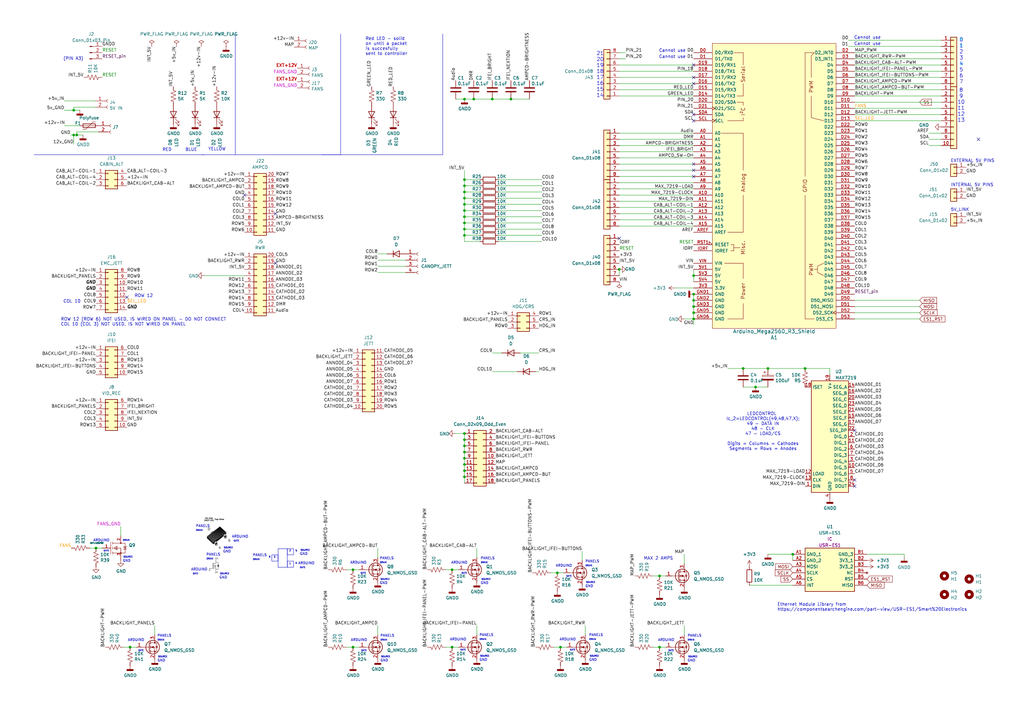
<source format=kicad_sch>
(kicad_sch (version 20231120) (generator "eeschema") (generator_version "8.0")
  (paper "A3")
  (title_block (date "mar. 31 mars 2015"))
  (junction (at 185.42 265.43))
  (junction (at 190.5 88.9))
  (junction (at 144.78 265.43))
  (junction (at 190.5 182.88))
  (junction (at 190.5 40.64))
  (junction (at 284.48 120.65))
  (junction (at 53.34 265.43))
  (junction (at 284.48 125.73))
  (junction (at 270.51 236.22))
  (junction (at 144.78 233.68))
  (junction (at 330.2 151.13))
  (junction (at 190.5 86.36))
  (junction (at 190.5 195.58))
  (junction (at 190.5 91.44))
  (junction (at 31.496 55.372))
  (junction (at 209.55 40.64))
  (junction (at 284.48 130.81))
  (junction (at 30.226 55.372))
  (junction (at 228.6 234.95))
  (junction (at 190.5 96.52))
  (junction (at 30.226 45.212))
  (junction (at 304.8 151.13))
  (junction (at 284.48 128.27))
  (junction (at 201.93 40.64))
  (junction (at 190.5 193.04))
  (junction (at 190.5 83.82))
  (junction (at 190.5 73.66))
  (junction (at 190.5 187.96))
  (junction (at 194.31 40.64))
  (junction (at 314.96 151.13))
  (junction (at 185.42 233.68))
  (junction (at 270.51 265.43))
  (junction (at 325.12 227.33))
  (junction (at 190.5 177.8))
  (junction (at 190.5 78.74))
  (junction (at 190.5 185.42))
  (junction (at 254 110.49))
  (junction (at 309.88 158.75))
  (junction (at 229.87 265.43))
  (junction (at 284.48 123.19))
  (junction (at 190.5 93.98))
  (junction (at 284.48 113.03))
  (junction (at 39.37 224.79))
  (junction (at 190.5 180.34))
  (junction (at 190.5 190.5))
  (junction (at 190.5 81.28))
  (junction (at 190.5 76.2))
  (no_connect (at 350.52 199.39))
  (no_connect (at 401.32 57.15))
  (no_connect (at 284.48 34.29))
  (no_connect (at 284.48 31.75))
  (no_connect (at 350.52 196.85))
  (no_connect (at 254 97.79))
  (no_connect (at 284.48 72.39))
  (no_connect (at 52.07 121.92))
  (no_connect (at 113.03 107.95))
  (no_connect (at 284.48 46.99))
  (no_connect (at 284.48 67.31))
  (no_connect (at 284.48 49.53))
  (no_connect (at 100.33 80.01))
  (no_connect (at 350.52 176.53))
  (no_connect (at 284.48 69.85))
  (no_connect (at 113.03 87.63))
  (no_connect (at 284.48 26.67))
  (wire (pts (xy 350.52 39.37) (xy 386.08 39.37)))
  (polyline (pts (xy 139.7 63.5) (xy 139.7 13.97)))
  (wire (pts (xy 284.48 123.19) (xy 284.48 125.73)))
  (wire (pts (xy 219.71 152.4) (xy 220.98 152.4)))
  (wire (pts (xy 190.5 99.06) (xy 196.85 99.06)))
  (wire (pts (xy 350.52 34.29) (xy 386.08 34.29)))
  (wire (pts (xy 330.2 151.13) (xy 340.36 151.13)))
  (wire (pts (xy 254 31.75) (xy 284.48 31.75)))
  (wire (pts (xy 195.58 256.54) (xy 195.58 260.35)))
  (wire (pts (xy 254 87.63) (xy 284.48 87.63)))
  (wire (pts (xy 154.94 224.79) (xy 154.94 228.6)))
  (wire (pts (xy 190.5 91.44) (xy 190.5 93.98)))
  (wire (pts (xy 196.85 78.74) (xy 190.5 78.74)))
  (polyline (pts (xy 82.55 63.5) (xy 139.7 63.5)))
  (wire (pts (xy 350.52 49.53) (xy 386.08 49.53)))
  (wire (pts (xy 190.5 195.58) (xy 190.5 193.04)))
  (wire (pts (xy 196.85 81.28) (xy 190.5 81.28)))
  (wire (pts (xy 350.52 41.91) (xy 386.08 41.91)))
  (wire (pts (xy 36.83 224.79) (xy 39.37 224.79)))
  (wire (pts (xy 254 62.23) (xy 284.48 62.23)))
  (wire (pts (xy 142.24 233.68) (xy 144.78 233.68)))
  (wire (pts (xy 26.67 51.308) (xy 26.67 51.562)))
  (wire (pts (xy 201.93 144.78) (xy 205.74 144.78)))
  (wire (pts (xy 196.85 93.98) (xy 190.5 93.98)))
  (wire (pts (xy 254 34.29) (xy 284.48 34.29)))
  (wire (pts (xy 238.76 226.06) (xy 238.76 229.87)))
  (wire (pts (xy 196.85 73.66) (xy 190.5 73.66)))
  (wire (pts (xy 304.8 151.13) (xy 314.96 151.13)))
  (wire (pts (xy 284.48 110.49) (xy 284.48 113.03)))
  (wire (pts (xy 280.67 130.81) (xy 284.48 130.81)))
  (wire (pts (xy 222.25 76.2) (xy 204.47 76.2)))
  (wire (pts (xy 314.96 151.13) (xy 330.2 151.13)))
  (wire (pts (xy 63.5 256.54) (xy 63.5 260.35)))
  (wire (pts (xy 190.5 73.66) (xy 190.5 76.2)))
  (wire (pts (xy 30.226 43.942) (xy 30.226 45.212)))
  (wire (pts (xy 39.116 43.942) (xy 30.226 43.942)))
  (wire (pts (xy 227.33 265.43) (xy 229.87 265.43)))
  (wire (pts (xy 381 57.15) (xy 386.08 57.15)))
  (wire (pts (xy 254 57.15) (xy 284.48 57.15)))
  (wire (pts (xy 83.82 113.03) (xy 100.33 113.03)))
  (polyline (pts (xy 131.826 63.5) (xy 181.61 63.5)))
  (wire (pts (xy 254 77.47) (xy 284.48 77.47)))
  (wire (pts (xy 222.25 93.98) (xy 204.47 93.98)))
  (wire (pts (xy 350.52 29.21) (xy 386.08 29.21)))
  (wire (pts (xy 377.19 123.19) (xy 350.52 123.19)))
  (wire (pts (xy 190.5 96.52) (xy 190.5 99.06)))
  (wire (pts (xy 31.496 55.372) (xy 34.036 55.372)))
  (wire (pts (xy 254 59.69) (xy 284.48 59.69)))
  (wire (pts (xy 222.25 91.44) (xy 204.47 91.44)))
  (wire (pts (xy 270.51 265.43) (xy 273.05 265.43)))
  (wire (pts (xy 256.54 21.59) (xy 254 21.59)))
  (wire (pts (xy 284.48 133.35) (xy 284.48 130.81)))
  (wire (pts (xy 381 54.61) (xy 386.08 54.61)))
  (wire (pts (xy 254 39.37) (xy 284.48 39.37)))
  (wire (pts (xy 190.5 76.2) (xy 190.5 78.74)))
  (wire (pts (xy 254 110.49) (xy 254 113.03)))
  (wire (pts (xy 254 67.31) (xy 284.48 67.31)))
  (wire (pts (xy 222.25 88.9) (xy 204.47 88.9)))
  (wire (pts (xy 284.48 125.73) (xy 284.48 128.27)))
  (wire (pts (xy 194.31 40.64) (xy 201.93 40.64)))
  (wire (pts (xy 53.34 265.43) (xy 55.88 265.43)))
  (wire (pts (xy 347.98 19.05) (xy 386.08 19.05)))
  (wire (pts (xy 50.8 265.43) (xy 53.34 265.43)))
  (wire (pts (xy 229.87 265.43) (xy 232.41 265.43)))
  (wire (pts (xy 270.51 236.22) (xy 273.05 236.22)))
  (wire (pts (xy 350.52 21.59) (xy 386.08 21.59)))
  (wire (pts (xy 182.88 265.43) (xy 185.42 265.43)))
  (wire (pts (xy 154.94 111.76) (xy 166.37 111.76)))
  (wire (pts (xy 39.37 224.79) (xy 41.91 224.79)))
  (wire (pts (xy 284.48 128.27) (xy 284.48 130.81)))
  (wire (pts (xy 254 72.39) (xy 284.48 72.39)))
  (wire (pts (xy 254 24.13) (xy 256.54 24.13)))
  (wire (pts (xy 377.19 125.73) (xy 350.52 125.73)))
  (wire (pts (xy 196.85 91.44) (xy 190.5 91.44)))
  (wire (pts (xy 350.52 31.75) (xy 386.08 31.75)))
  (wire (pts (xy 309.88 158.75) (xy 314.96 158.75)))
  (wire (pts (xy 254 64.77) (xy 284.48 64.77)))
  (wire (pts (xy 284.48 120.65) (xy 284.48 123.19)))
  (wire (pts (xy 196.85 83.82) (xy 190.5 83.82)))
  (wire (pts (xy 254 69.85) (xy 284.48 69.85)))
  (wire (pts (xy 240.03 256.54) (xy 240.03 260.35)))
  (wire (pts (xy 280.67 256.54) (xy 280.67 260.35)))
  (wire (pts (xy 254 85.09) (xy 284.48 85.09)))
  (wire (pts (xy 370.84 227.33) (xy 370.84 228.6)))
  (wire (pts (xy 30.226 45.212) (xy 32.766 45.212)))
  (wire (pts (xy 284.48 113.03) (xy 284.48 115.57)))
  (polyline (pts (xy 139.7 63.5) (xy 131.826 63.5)))
  (wire (pts (xy 222.25 96.52) (xy 204.47 96.52)))
  (wire (pts (xy 190.5 93.98) (xy 190.5 96.52)))
  (wire (pts (xy 154.94 256.54) (xy 154.94 260.35)))
  (wire (pts (xy 347.98 16.51) (xy 386.08 16.51)))
  (wire (pts (xy 350.52 46.99) (xy 386.08 46.99)))
  (wire (pts (xy 307.34 240.03) (xy 325.12 240.03)))
  (wire (pts (xy 350.52 36.83) (xy 386.08 36.83)))
  (wire (pts (xy 222.25 73.66) (xy 204.47 73.66)))
  (wire (pts (xy 185.42 233.68) (xy 187.96 233.68)))
  (wire (pts (xy 222.25 78.74) (xy 204.47 78.74)))
  (wire (pts (xy 213.36 144.78) (xy 220.98 144.78)))
  (wire (pts (xy 222.25 86.36) (xy 204.47 86.36)))
  (wire (pts (xy 228.6 234.95) (xy 231.14 234.95)))
  (wire (pts (xy 314.96 227.33) (xy 325.12 227.33)))
  (wire (pts (xy 190.5 83.82) (xy 190.5 86.36)))
  (wire (pts (xy 196.85 96.52) (xy 190.5 96.52)))
  (wire (pts (xy 222.25 83.82) (xy 204.47 83.82)))
  (wire (pts (xy 280.67 227.33) (xy 280.67 231.14)))
  (wire (pts (xy 190.5 185.42) (xy 190.5 187.96)))
  (wire (pts (xy 254 54.61) (xy 284.48 54.61)))
  (wire (pts (xy 196.85 86.36) (xy 190.5 86.36)))
  (polyline (pts (xy 13.97 63.5) (xy 83.82 63.5)))
  (wire (pts (xy 377.19 130.81) (xy 350.52 130.81)))
  (wire (pts (xy 254 26.67) (xy 284.48 26.67)))
  (wire (pts (xy 254 74.93) (xy 284.48 74.93)))
  (wire (pts (xy 254 92.71) (xy 284.48 92.71)))
  (wire (pts (xy 154.94 109.22) (xy 166.37 109.22)))
  (wire (pts (xy 276.86 118.11) (xy 284.48 118.11)))
  (polyline (pts (xy 181.61 63.5) (xy 181.61 13.97)))
  (wire (pts (xy 190.5 86.36) (xy 190.5 88.9)))
  (wire (pts (xy 267.97 265.43) (xy 270.51 265.43)))
  (wire (pts (xy 190.5 180.34) (xy 190.5 182.88)))
  (wire (pts (xy 185.42 265.43) (xy 187.96 265.43)))
  (wire (pts (xy 226.06 234.95) (xy 228.6 234.95)))
  (wire (pts (xy 26.67 51.562) (xy 32.766 51.562)))
  (wire (pts (xy 254 90.17) (xy 284.48 90.17)))
  (wire (pts (xy 304.8 158.75) (xy 309.88 158.75)))
  (wire (pts (xy 201.93 40.64) (xy 209.55 40.64)))
  (wire (pts (xy 154.94 104.14) (xy 158.75 104.14)))
  (wire (pts (xy 254 29.21) (xy 284.48 29.21)))
  (wire (pts (xy 30.226 55.372) (xy 30.226 59.182)))
  (wire (pts (xy 190.5 88.9) (xy 190.5 91.44)))
  (wire (pts (xy 182.88 233.68) (xy 185.42 233.68)))
  (wire (pts (xy 222.25 99.06) (xy 204.47 99.06)))
  (wire (pts (xy 254 80.01) (xy 284.48 80.01)))
  (wire (pts (xy 190.5 78.74) (xy 190.5 81.28)))
  (wire (pts (xy 350.52 24.13) (xy 386.08 24.13)))
  (wire (pts (xy 201.93 152.4) (xy 212.09 152.4)))
  (wire (pts (xy 254 36.83) (xy 284.48 36.83)))
  (wire (pts (xy 190.5 182.88) (xy 190.5 185.42)))
  (wire (pts (xy 142.24 265.43) (xy 144.78 265.43)))
  (wire (pts (xy 254 82.55) (xy 284.48 82.55)))
  (wire (pts (xy 190.5 190.5) (xy 190.5 193.04)))
  (wire (pts (xy 190.5 69.85) (xy 190.5 73.66)))
  (wire (pts (xy 196.85 76.2) (xy 190.5 76.2)))
  (wire (pts (xy 154.94 106.68) (xy 166.37 106.68)))
  (wire (pts (xy 196.85 88.9) (xy 190.5 88.9)))
  (wire (pts (xy 355.6 227.33) (xy 370.84 227.33)))
  (wire (pts (xy 325.12 227.33) (xy 325.12 229.87)))
  (wire (pts (xy 144.78 265.43) (xy 147.32 265.43)))
  (wire (pts (xy 350.52 44.45) (xy 386.08 44.45)))
  (wire (pts (xy 26.416 41.402) (xy 39.116 41.402)))
  (wire (pts (xy 298.45 151.13) (xy 304.8 151.13)))
  (wire (pts (xy 190.5 198.12) (xy 190.5 195.58)))
  (wire (pts (xy 30.226 55.372) (xy 31.496 55.372)))
  (wire (pts (xy 267.97 236.22) (xy 270.51 236.22)))
  (polyline (pts (xy 96.52 63.5) (xy 96.52 13.97)))
  (wire (pts (xy 190.5 187.96) (xy 190.5 190.5)))
  (wire (pts (xy 190.5 81.28) (xy 190.5 83.82)))
  (wire (pts (xy 222.25 81.28) (xy 204.47 81.28)))
  (wire (pts (xy 26.416 45.212) (xy 30.226 45.212)))
  (wire (pts (xy 186.944 40.64) (xy 190.5 40.64)))
  (wire (pts (xy 31.496 54.102) (xy 31.496 55.372)))
  (wire (pts (xy 28.956 55.372) (xy 30.226 55.372)))
  (wire (pts (xy 190.5 40.64) (xy 194.31 40.64)))
  (wire (pts (xy 186.69 177.8) (xy 190.5 177.8)))
  (wire (pts (xy 340.36 153.67) (xy 340.36 151.13)))
  (wire (pts (xy 377.19 128.27) (xy 350.52 128.27)))
  (wire (pts (xy 144.78 233.68) (xy 147.32 233.68)))
  (wire (pts (xy 209.55 40.64) (xy 217.17 40.64)))
  (wire (pts (xy 381 59.69) (xy 386.08 59.69)))
  (wire (pts (xy 190.5 177.8) (xy 190.5 180.34)))
  (wire (pts (xy 350.52 26.67) (xy 386.08 26.67)))
  (wire (pts (xy 195.58 224.79) (xy 195.58 228.6)))
  (wire (pts (xy 40.386 54.102) (xy 31.496 54.102)))
  (wire (pts (xy 49.53 215.9) (xy 49.53 219.71)))
  (rectangle (start 120.396 232.664) (end 117.856 230.124))
  (rectangle (start 120.396 227.584) (end 117.856 225.044))
  (rectangle (start 114.046 230.124) (end 111.506 227.584))
  (rectangle (start 117.856 232.664) (end 114.046 225.044))
  (image (at 90.17 223.52) (scale 0.280527))
  (text "YELLOW" (at 85.344 61.976 0) (effects (font (size 1.27 1.27)) (justify left bottom)))
  (text "MAX 2 AMPS" (at 276.098 229.87 0) (effects (font (size 1.27 1.27)) (justify right bottom)))
  (text "ARDUINO" (at 129.032 231.14 0) (effects (font (size 1.016 1.016)) (justify right)))
  (text "SOURCE" (at 196.85 269.24 0) (effects (font (size 0.635 0.635)) (justify left)))
  (text "GATE" (at 78.994 235.458 0) (effects (font (size 0.635 0.635)) (justify left)))
  (text "G" (at 121.92 231.14 0) (effects (font (size 0.635 0.635)) (justify right)))
  (text "SOURCE" (at 197.358 237.744 0) (effects (font (size 0.635 0.635)) (justify left)))
  (text "2" (at 119.38 226.06 0) (effects (font (size 0.635 0.635)) (justify right)))
  (text "COL 10 (COL 3) NOT USED, IS NOT WIRED ON PANEL" (at 24.892 133.858 0) (effects (font (size 1.27 1.27)) (justify left bottom)))
  (text "BLUE" (at 75.946 62.23 0) (effects (font (size 1.27 1.27)) (justify left bottom)))
  (text "PANELS" (at 247.396 260.604 0) (effects (font (size 1.016 1.016)) (justify right)))
  (text "PANELS" (at 90.424 227.584 0) (effects (font (size 1.016 1.016)) (justify right)))
  (text "ARDUINO" (at 101.854 220.218 0) (effects (font (size 1.016 1.016)) (justify right)))
  (text "INTERNAL 5V PINS" (at 389.89 76.708 0) (effects (font (size 1.27 1.27)) (justify left bottom)))
  (text "GND" (at 159.004 239.268 0) (effects (font (size 1.016 1.016)) (justify right)))
  (text "SOURCE" (at 64.77 269.494 0) (effects (font (size 0.635 0.635)) (justify left)))
  (text "SOURCE" (at 123.19 225.806 0) (effects (font (size 0.635 0.635)) (justify left)))
  (text "GND" (at 93.218 236.982 0) (effects (font (size 1.016 1.016)) (justify right)))
  (text "Ethernet Module Library from \nhttps://componentsearchengine.com/part-view/USR-ES1/Smart%20Electronics" (at 318.77 250.825 0) (effects (font (size 1.27 1.27)) (justify left bottom)))
  (text "ARDUINO" (at 276.606 262.636 0) (effects (font (size 1.016 1.016)) (justify right)))
  (text "PANELS" (at 245.872 230.378 0) (effects (font (size 1.016 1.016)) (justify right)))
  (text "SOURCE" (at 156.21 269.494 0) (effects (font (size 0.635 0.635)) (justify left)))
  (text "LEDCONTROL \nIc_2=LEDCONTROL(49,48,47,X);\n49 - DATA IN\n48 - CLK\n47 - LOAD/CS\n\nDigits = Columns = Cathodes\nSegments = Rows = Anodes" (at 312.928 184.912 0) (effects (font (size 1.27 1.27)) (justify bottom)))
  (text "SOURCE" (at 155.956 237.744 0) (effects (font (size 0.635 0.635)) (justify left)))
  (text "GATE" (at 42.418 226.06 0) (effects (font (size 0.635 0.635)) (justify left)))
  (text "3" (at 113.03 228.6 0) (effects (font (size 0.635 0.635)) (justify right)))
  (text "ARDUINO" (at 59.182 262.636 0) (effects (font (size 1.016 1.016)) (justify right)))
  (text "Cannot use" (at 270.256 21.59 0) (effects (font (size 1.27 1.27)) (justify left bottom)))
  (text "GATE" (at 233.68 266.7 0) (effects (font (size 0.635 0.635)) (justify left)))
  (text "ARDUINO" (at 234.696 232.156 0) (effects (font (size 1.016 1.016)) (justify right)))
  (text "RED" (at 66.548 62.23 0) (effects (font (size 1.27 1.27)) (justify left bottom)))
  (text "(PIN A3)" (at 25.908 24.892 0) (effects (font (size 1.27 1.27)) (justify left bottom)))
  (text "DRAIN" (at 240.03 232.156 0) (effects (font (size 0.635 0.635)) (justify left)))
  (text "Cannot use" (at 350.266 16.256 0) (effects (font (size 1.27 1.27)) (justify left bottom)))
  (text "GATE" (at 56.642 266.954 0) (effects (font (size 0.635 0.635)) (justify left)))
  (text "GND" (at 67.818 271.018 0) (effects (font (size 1.016 1.016)) (justify right)))
  (text "GND" (at 94.742 226.314 0) (effects (font (size 1.016 1.016)) (justify right)))
  (text "DRAIN" (at 155.702 230.886 0) (effects (font (size 0.635 0.635)) (justify left)))
  (text "ARDUINO" (at 44.958 221.742 0) (effects (font (size 1.016 1.016)) (justify right)))
  (text "ROW 12" (at 55.118 122.174 0) (effects (font (size 1.27 1.27)) (justify left bottom)))
  (text "ARDUINO" (at 150.368 230.886 0) (effects (font (size 1.016 1.016)) (justify right)))
  (text "fix backlight to VID and ECM\nchange MAX for JST\n" (at 187.706 -86.36 0) (effects (font (size 1.27 1.27)) (justify bottom)))
  (text "GND" (at 285.242 271.018 0) (effects (font (size 1.016 1.016)) (justify right)))
  (text "SOURCE" (at 241.808 269.24 0) (effects (font (size 0.635 0.635)) (justify left)))
  (text "0\n1\n2\n3\n4\n5\n6\n7" (at 393.446 34.544 0) (effects (font (size 1.524 1.524)) (justify left bottom)))
  (text "GATE" (at 232.156 236.474 0) (effects (font (size 0.635 0.635)) (justify left)))
  (text "GATE" (at 148.082 266.954 0) (effects (font (size 0.635 0.635)) (justify left)))
  (text "PANELS" (at 86.106 215.9 0) (effects (font (size 1.016 1.016)) (justify right)))
  (text "PANELS" (at 287.782 260.858 0) (effects (font (size 1.016 1.016)) (justify right)))
  (text "Red LED - solid\non until a packet\nis succesfully \nsent to controller" (at 149.86 22.86 0) (effects (font (size 1.27 1.27)) (justify left bottom)))
  (text "PANELS" (at 109.474 227.838 0) (effects (font (size 1.016 1.016)) (justify right)))
  (text "PANELS" (at 202.946 229.108 0) (effects (font (size 1.016 1.016)) (justify right)))
  (text "GATE" (at 122.936 232.918 0) (effects (font (size 0.635 0.635)) (justify left)))
  (text "DRAIN" (at 84.582 229.362 0) (effects (font (size 0.635 0.635)) (justify left)))
  (text "ARDUINO" (at 150.622 262.636 0) (effects (font (size 1.016 1.016)) (justify right)))
  (text "GND" (at 199.898 270.764 0) (effects (font (size 1.016 1.016)) (justify right)))
  (text "GATE" (at 95.758 221.996 0) (effects (font (size 0.635 0.635)) (justify left)))
  (text "DRAIN" (at 197.104 230.886 0) (effects (font (size 0.635 0.635)) (justify left)))
  (text "1" (at 119.38 231.394 0) (effects (font (size 0.635 0.635)) (justify right)))
  (text "SOURCE" (at 50.546 228.6 0) (effects (font (size 0.635 0.635)) (justify left)))
  (text "GND" (at 53.594 230.124 0) (effects (font (size 1.016 1.016)) (justify right)))
  (text "ARDUINO" (at 85.09 233.68 0) (effects (font (size 1.016 1.016)) (justify right)))
  (text "GATE" (at 188.722 266.7 0) (effects (font (size 0.635 0.635)) (justify left)))
  (text "X" (at 394.97 19.558 0) (effects (font (size 1.27 1.27)) (justify right bottom)))
  (text "5V_LINK" (at 389.89 86.868 0) (effects (font (size 1.27 1.27)) (justify left bottom)))
  (text "SOURCE" (at 240.284 239.014 0) (effects (font (size 0.635 0.635)) (justify left)))
  (text "SOURCE" (at 282.194 269.494 0) (effects (font (size 0.635 0.635)) (justify left)))
  (text "Cannot use" (at 350.266 18.796 0) (effects (font (size 1.27 1.27)) (justify left bottom)))
  (text "ROW 12 (ROW 6) NOT USED, IS WIRED ON PANEL - DO NOT CONNECT" (at 24.892 131.826 0) (effects (font (size 1.27 1.27)) (justify left bottom)))
  (text "PANELS" (at 161.544 229.108 0) (effects (font (size 1.016 1.016)) (justify right)))
  (text "DRAIN" (at 196.596 262.382 0) (effects (font (size 0.635 0.635)) (justify left)))
  (text "GND" (at 244.856 270.764 0) (effects (font (size 1.016 1.016)) (justify right)))
  (text "Cannot use" (at 270.256 24.13 0) (effects (font (size 1.27 1.27)) (justify left bottom)))
  (text "GATE" (at 274.066 266.954 0) (effects (font (size 0.635 0.635)) (justify left)))
  (text "X" (at 394.97 17.018 0) (effects (font (size 1.27 1.27)) (justify right bottom)))
  (text "DRAIN" (at 241.554 262.382 0) (effects (font (size 0.635 0.635)) (justify left)))
  (text "PANELS" (at 202.438 260.604 0) (effects (font (size 1.016 1.016)) (justify right)))
  (text "GATE" (at 147.828 235.204 0) (effects (font (size 0.635 0.635)) (justify left)))
  (text "ARDUINO" (at 236.22 262.382 0) (effects (font (size 1.016 1.016)) (justify right)))
  (text "S" (at 121.92 226.06 0) (effects (font (size 0.635 0.635)) (justify right)))
  (text "GND" (at 159.258 271.018 0) (effects (font (size 1.016 1.016)) (justify right)))
  (text "GND" (at 126.238 227.33 0) (effects (font (size 1.016 1.016)) (justify right)))
  (text "ARDUINO" (at 191.77 230.886 0) (effects (font (size 1.016 1.016)) (justify right)))
  (text "GATE" (at 189.23 235.204 0) (effects (font (size 0.635 0.635)) (justify left)))
  (text "GND" (at 243.332 240.538 0) (effects (font (size 1.016 1.016)) (justify right)))
  (text "21\n20\n19\n18\n17\n16\n15\n14" (at 244.602 40.132 0) (effects (font (size 1.524 1.524)) (justify left bottom)))
  (text "PANELS" (at 70.358 260.858 0) (effects (font (size 1.016 1.016)) (justify right)))
  (text "DRAIN" (at 281.94 262.636 0) (effects (font (size 0.635 0.635)) (justify left)))
  (text "GND" (at 200.406 239.268 0) (effects (font (size 1.016 1.016)) (justify right)))
  (text "ARDUINO" (at 191.262 262.382 0) (effects (font (size 1.016 1.016)) (justify right)))
  (text "SOURCE" (at 91.694 224.79 0) (effects (font (size 0.635 0.635)) (justify left)))
  (text "DRAIN" (at 50.292 221.742 0) (effects (font (size 0.635 0.635)) (justify left)))
  (text "SOURCE" (at 90.17 235.458 0) (effects (font (size 0.635 0.635)) (justify left)))
  (text "COL 10" (at 25.908 124.46 0) (effects (font (size 1.27 1.27)) (justify left bottom)))
  (text "EXTERNAL 5V PINS" (at 389.89 66.802 0) (effects (font (size 1.27 1.27)) (justify left bottom)))
  (text "X" (at 393.7 27.178 0) (effects (font (size 1.27 1.27)) (justify left bottom)))
  (text "8\n9\n10\n11\n12\n13\n" (at 394.208 50.292 0) (effects (font (size 1.524 1.524)) (justify bottom)))
  (text "DRAIN" (at 64.516 262.636 0) (effects (font (size 0.635 0.635)) (justify left)))
  (text "DRAIN" (at 155.956 262.636 0) (effects (font (size 0.635 0.635)) (justify left)))
  (text "PANELS" (at 161.798 260.858 0) (effects (font (size 1.016 1.016)) (justify right)))
  (text "D" (at 110.998 228.6 0) (effects (font (size 0.635 0.635)) (justify right)))
  (text "DRAIN" (at 103.632 229.616 0) (effects (font (size 0.635 0.635)) (justify left)))
  (text "DRAIN" (at 80.264 217.678 0) (effects (font (size 0.635 0.635)) (justify left)))
  (label "+12v-IN" (at 39.37 111.76 180))
  (label "BACKLIGHT-JETT-PWM" (at 350.52 46.99 0))
  (label "MAX_7219-LOAD" (at 330.2 194.31 180))
  (label "CATHODE_02" (at 350.52 181.61 0))
  (label "ANNODE_05" (at 144.78 152.4 180))
  (label "IORF" (at 254 100.33 0))
  (label "COL9" (at 201.93 144.78 180))
  (label "VIN" (at 284.48 107.95 180))
  (label "COL4" (at 100.33 128.27 180))
  (label "BACKLIGHT_PANELS" (at 39.37 167.64 180))
  (label "CATHODE_02" (at 113.03 120.65 0))
  (label "DMR" (at 194.31 33.02 90))
  (label "COL9" (at 222.25 96.52 0))
  (label "CATHODE_07" (at 157.48 149.86 0))
  (label "CAB_ALT-COIL-3" (at 284.48 90.17 180))
  (label "BACKLIGHT_CAB-ALT" (at 203.2 177.8 0))
  (label "ROW3" (at 157.48 162.56 0))
  (label "ROW14" (at 350.52 87.63 0))
  (label "GND" (at 157.48 152.4 0))
  (label "GND" (at 52.07 175.26 0))
  (label "PIN_20" (at 256.54 24.13 0))
  (label "RED_LED" (at 284.48 36.83 180))
  (label "CAB_ALT-COIL-1" (at 39.37 71.12 180))
  (label "COL7" (at 350.52 110.49 0))
  (label "ROW15" (at 100.33 125.73 180))
  (label "GND" (at 28.956 55.372 180))
  (label "ROW3" (at 350.52 59.69 0))
  (label "BACKLIGHT_RWR-PWM" (at 219.71 265.43 90))
  (label "EXT+12V" (at 121.92 27.94 180) (effects (font (thickness 0.254) (bold yes))))
  (label "PIN_21" (at 284.48 44.45 180))
  (label "CAB_ALT-COIL-4" (at 284.48 92.71 180))
  (label "INT_5V" (at 254 107.95 0))
  (label "BACKLIGHT_IFEI-PANEL" (at 39.37 146.05 180))
  (label "ANNODE_04" (at 144.78 149.86 180))
  (label "ROW13" (at 350.52 85.09 0))
  (label "GND" (at 113.03 107.95 0))
  (label "INT_5V" (at 71.12 35.56 90))
  (label "CAB_ALT-COIL-3" (at 52.07 71.12 0))
  (label "FANS_GND" (at 121.92 36.068 180))
  (label "INT_5V" (at 190.5 69.85 180))
  (label "D0" (at 284.48 21.59 180))
  (label "COL3" (at 350.52 100.33 0))
  (label "BACKLIGHT_IFEI-PANEL" (at 203.2 182.88 0))
  (label "COL5" (at 350.52 105.41 0))
  (label "DMR" (at 113.03 125.73 0))
  (label "ROW5" (at 100.33 92.71 180))
  (label "BACKLIGHT_AMPCD-BUT" (at 154.94 224.79 180))
  (label "ROW6" (at 350.52 67.31 0))
  (label "BACKLIGHT_IFEI-BUTTONS" (at 39.37 151.13 180))
  (label "CATHODE_06" (at 350.52 191.77 0))
  (label "+12v-IN" (at 100.33 72.39 180))
  (label "INT_5V" (at 34.29 31.75 180))
  (label "SDA" (at 284.48 46.99 180))
  (label "ANNODE_04" (at 350.52 166.37 0))
  (label "+5v_IN" (at 396.24 68.58 0))
  (label "ANNODE_02" (at 350.52 161.29 0))
  (label "ROW10" (at 52.07 116.84 0))
  (label "BACKLIGHT_JETT" (at 203.2 187.96 0))
  (label "COL10" (at 350.52 118.11 0))
  (label "VIN" (at 254 115.57 0))
  (label "ROW11" (at 113.03 82.55 0))
  (label "PIN_21" (at 256.54 21.59 0))
  (label "ROW8" (at 52.07 111.76 0))
  (label "COL8" (at 39.37 121.92 180))
  (label "ROW8" (at 113.03 74.93 0))
  (label "CAB_ALT-COIL-1" (at 284.48 85.09 180))
  (label "AMPCD-BRIGHTNESS" (at 284.48 59.69 180))
  (label "ANNODE_05" (at 350.52 168.91 0))
  (label "ROW15" (at 350.52 90.17 0))
  (label "ANNODE_03" (at 113.03 115.57 0))
  (label "CRS_IN" (at 220.98 144.78 0))
  (label "CATHODE_05" (at 350.52 189.23 0))
  (label "+5v_IN" (at 26.416 41.402 180))
  (label "CATHODE_03" (at 113.03 123.19 0))
  (label "COL10" (at 222.25 99.06 0))
  (label "ROW2" (at 154.94 111.76 180))
  (label "MAP" (at 203.2 190.5 0))
  (label "ANNODE_01" (at 113.03 110.49 0))
  (label "ROW12" (at 350.52 82.55 0))
  (label "ROW14" (at 52.07 151.13 0))
  (label "+3V3" (at 254 105.41 0))
  (label "ROW5" (at 157.48 167.64 0))
  (label "ROW12" (at 113.03 85.09 0))
  (label "SCL" (at 284.48 49.53 180))
  (label "GND" (at 100.33 80.01 180))
  (label "COL7" (at 222.25 91.44 0))
  (label "BACKLIGHT-PWM" (at 43.18 265.43 90))
  (label "CAB_ALT-COIL-2" (at 284.48 87.63 180))
  (label "SCL" (at 381 59.69 180))
  (label "BACKLIGHT_CAB-ALT-PWM" (at 350.52 26.67 0))
  (label "AREF" (at 284.48 95.25 180))
  (label "BACKLIGHT_AMPCD-BUT" (at 203.2 195.58 0))
  (label "ROW0" (at 350.52 52.07 0))
  (label "COL1" (at 52.07 146.05 0))
  (label "PIN_20" (at 284.48 41.91 180))
  (label "MAX_7219-CLOCK" (at 284.48 80.01 180))
  (label "AMPCD_SW-OH" (at 284.48 64.77 180))
  (label "BACKLIGHT_PANELS" (at 63.5 256.54 180))
  (label "ROW7" (at 113.03 72.39 0))
  (label "COL6" (at 157.48 154.94 0))
  (label "Audio" (at 284.48 54.61 180))
  (label "BACKLIGHT_CAB-ALT" (at 195.58 224.79 180))
  (label "ROW7" (at 39.37 127 180))
  (label "12v_GND" (at 30.226 59.182 180))
  (label "ROW10" (at 350.52 77.47 0))
  (label "BACKLIGHT_AMPCD" (at 100.33 74.93 180))
  (label "IORF" (at 284.48 102.87 180))
  (label "ROW0" (at 208.28 134.62 180))
  (label "COL2" (at 100.33 87.63 180))
  (label "HDG_IN" (at 220.98 134.62 0))
  (label "RESET_pin" (at 41.91 24.13 0))
  (label "+5v_IN" (at 72.39 19.05 270))
  (label "ROW11" (at 100.33 115.57 180))
  (label "+12v-IN" (at 26.67 51.308 180))
  (label "BACKLIGHT_JETT" (at 280.67 256.54 180))
  (label "BACKLIGHT_RWR" (at 100.33 107.95 180))
  (label "ROW11" (at 350.52 80.01 0))
  (label "INT_5V" (at 62.23 19.05 270))
  (label "ROW6" (at 100.33 95.25 180))
  (label "GND" (at 284.48 133.35 180))
  (label "ROW14" (at 100.33 123.19 180))
  (label "BACKLIGHT_AMPCD" (at 203.2 193.04 0))
  (label "BACKLIGHT_PANELS" (at 39.37 114.3 180))
  (label "CATHODE_01" (at 113.03 118.11 0))
  (label "COL1" (at 222.25 76.2 0))
  (label "GREEN_LED" (at 284.48 39.37 180))
  (label "COL8" (at 350.52 113.03 0))
  (label "FANS" (at 350.52 44.45 0))
  (label "+12v-IN" (at 208.28 129.54 180))
  (label "ANNODE_03" (at 350.52 163.83 0))
  (label "CATHODE_03" (at 350.52 184.15 0))
  (label "+12v-IN" (at 144.78 144.78 180))
  (label "FANS_GND" (at 49.53 215.9 180))
  (label "INT_5V" (at 396.24 88.9 0))
  (label "INT_5V" (at 100.33 110.49 180))
  (label "AREF" (at 381 54.61 180))
  (label "ROW9" (at 350.52 74.93 0))
  (label "COL0" (at 222.25 73.66 0))
  (label "BACKLIGHT_AMPCD-BUT" (at 100.33 77.47 180))
  (label "CATHODE_01" (at 350.52 179.07 0))
  (label "COL6" (at 350.52 107.95 0))
  (label "ROW11" (at 52.07 119.38 0))
  (label "INT_5V" (at 113.03 92.71 0))
  (label "COL10" (at 201.93 152.4 180))
  (label "COL4" (at 222.25 83.82 0))
  (label "D1" (at 347.98 19.05 180))
  (label "D1" (at 284.48 24.13 180))
  (label "IFEI_BRIGHT" (at 201.93 33.02 90))
  (label "GNDD" (at 41.91 19.05 0))
  (label "INT_5V" (at 52.07 172.72 0))
  (label "ROW13" (at 100.33 120.65 180))
  (label "IFEI_NEXTION" (at 209.55 33.02 90))
  (label "GND" (at 113.03 87.63 0))
  (label "BACKLIGHT_IFEI-PANEL-PWM" (at 175.26 265.43 90))
  (label "+12v-IN" (at 39.37 148.59 180))
  (label "MAX_7219-LOAD" (at 284.48 77.47 180))
  (label "ANNODE_07" (at 144.78 157.48 180))
  (label "INT_5V" (at 396.24 78.74 0))
  (label "BACKLIGHT_JETT" (at 144.78 147.32 180))
  (label "COL4" (at 350.52 102.87 0))
  (label "ROW2" (at 157.48 160.02 0))
  (label "ROW7" (at 350.52 69.85 0))
  (label "ANNODE_01" (at 350.52 158.75 0))
  (label "ROW5" (at 350.52 64.77 0))
  (label "CATHODE_02" (at 144.78 162.56 180))
  (label "GND" (at 39.37 153.67 180))
  (label "BACKLIGHT_RWR" (at 203.2 185.42 0))
  (label "ROW1" (at 350.52 54.61 0))
  (label "CAB_ALT-COIL-4" (at 39.37 73.66 180))
  (label "EXT+12V" (at 121.92 33.528 180) (effects (font (thickness 0.254) (bold yes))))
  (label "COL3" (at 222.25 81.28 0))
  (label "GND" (at 52.07 127 0) (effects (font (thickness 0.254) (bold yes) (italic yes))))
  (label "HDG_IN" (at 220.98 152.4 0))
  (label "COL2" (at 350.52 97.79 0))
  (label "MAX_7219-DIN" (at 284.48 82.55 180))
  (label "IFEI_NEXTION" (at 52.07 170.18 0))
  (label "MAX_7219-CLOCK" (at 330.2 196.85 180))
  (label "MAP_PWM" (at 350.52 21.59 0))
  (label "COL3" (at 39.37 172.72 180))
  (label "GND" (at 396.24 81.28 0))
  (label "DMR" (at 284.48 57.15 180))
  (label "BACKLIGHT_PANELS" (at 208.28 132.08 180))
  (label "ROW1" (at 157.48 157.48 0))
  (label "CATHODE_01" (at 144.78 160.02 180))
  (label "BACKLIGHT_AMPCD-BUT-PWM" (at 134.62 233.68 90))
  (label "COL5" (at 222.25 86.36 0))
  (label "D0" (at 347.98 16.51 180))
  (label "ROW14" (at 52.07 165.1 0))
  (label "+12v-IN" (at 120.65 16.764 180))
  (label "5v_GND" (at 26.416 45.212 180))
  (label "ROW1" (at 154.94 109.22 180))
  (label "CATHODE_06" (at 157.48 147.32 0))
  (label "BACKLIGHT_CAB-ALT" (at 52.07 76.2 0))
  (label "IFEI_BRIGHT" (at 284.48 62.23 180))
  (label "ROW2" (at 350.52 57.15 0))
  (label "CAB_ALT-COIL-2" (at 39.37 76.2 180))
  (label "BACKLIGHT-JETT-PWM" (at 260.35 265.43 90))
  (label "GND" (at 39.37 116.84 180) (effects (font (thickness 0.254) (bold yes) (italic yes))))
  (label "SEL_LED" (at 350.52 49.53 0))
  (label "COL6" (at 222.25 88.9 0))
  (label "+5v_IN" (at 80.01 35.56 90))
  (label "ANNODE_07" (at 350.52 173.99 0))
  (label "FANS_GND" (at 121.92 30.48 180))
  (label "BACKLIGHT_IFEI-BUTTONS-PWM" (at 350.52 31.75 0))
  (label "ROW9" (at 52.07 114.3 0))
  (label "MAX_7219-DIN" (at 330.2 199.39 180))
  (label "COL8" (at 154.94 104.14 180))
  (label "BACKLIGHT_IFEI-BUTTONS-PWM" (at 218.44 234.95 90))
  (label "COL8" (at 222.25 93.98 0))
  (label "Audio" (at 186.944 33.02 90))
  (label "ROW0" (at 154.94 106.68 180))
  (label "CATHODE_04" (at 144.78 167.64 180))
  (label "CATHODE_07" (at 350.52 194.31 0))
  (label "CATHODE_05" (at 157.48 144.78 0))
  (label "CATHODE_03" (at 144.78 165.1 180))
  (label "SEL_LED" (at 52.07 124.46 0))
  (label "BACKLIGHT_AMPCD-BUT-PWM" (at 350.52 36.83 0))
  (label "COL9" (at 39.37 124.46 180))
  (label "AMPCD-BRIGHTNESS" (at 217.17 33.02 90))
  (label "BACKLIGHT_IFEI-BUTTONS" (at 203.2 180.34 0))
  (label "+5v_IN" (at 298.45 151.13 180))
  (label "+5v_IN" (at 396.24 91.44 0))
  (label "BACKLIGHT_CAB-ALT-PWM" (at 175.26 233.68 90))
  (label "INT_5V" (at 284.48 110.49 180))
  (label "BACKLIGHT_IFEI-PANEL-PWM" (at 350.52 29.21 0))
  (label "BACKLIGHT_RWR" (at 240.03 256.54 180))
  (label "RESET" (at 41.91 21.59 0))
  (label "ROW10" (at 113.03 80.01 0))
  (label "ANNODE_06" (at 144.78 154.94 180))
  (label "Audio" (at 113.03 128.27 0))
  (label "ROW4" (at 157.48 165.1 0))
  (label "ROW4" (at 350.52 62.23 0))
  (label "GND" (at 396.24 71.12 0))
  (label "GREEN_LED" (at 152.4 35.56 90))
  (label "CRS_IN" (at 220.98 132.08 0))
  (label "PIN_18" (at 284.48 29.21 180))
  (label "MAP" (at 120.65 19.304 180))
  (label "ROW9" (at 113.03 77.47 0))
  (label "RESET" (at 284.48 100.33 180))
  (label "ANNODE_02" (at 113.03 113.03 0))
  (label "IFEI_BRIGHT" (at 52.07 167.64 0))
  (label "MAP" (at 280.67 227.33 180))
  (label "ROW8" (at 350.52 72.39 0))
  (label "ROW13" (at 52.07 148.59 0))
  (label "+12v-IN" (at 52.07 73.66 0))
  (label "+12v-IN" (at 100.33 105.41 180))
  (label "RESET" (at 254 102.87 0))
  (label "COL0" (at 100.33 82.55 180))
  (label "COL1" (at 100.33 85.09 180))
  (label "BACKLIGHT_AMPCD" (at 154.94 256.54 180))
  (label "SDA" (at 381 57.15 180))
  (label "COL2" (at 39.37 170.18 180))
  (label "COL5" (at 113.03 105.41 0))
  (label "COL1" (at 350.52 95.25 0))
  (label "ROW15" (at 52.07 153.67 0))
  (label "FANS" (at 29.21 224.79 180))
  (label "GND" (at 113.03 95.25 0))
  (label "BACKLIGHT_AMPCD-PWM" (at 134.62 265.43 90))
  (label "COL3" (at 100.33 90.17 180))
  (label "COL0" (at 52.07 143.51 0))
  (label "COL2" (at 222.25 78.74 0))
  (label "RESET_pin" (at 350.52 120.65 0))
  (label "RESET" (at 41.91 31.75 0))
  (label "+12v-IN" (at 88.9 35.56 90))
  (label "ANNODE_06" (at 350.52 171.45 0))
  (label "BACKLIGHT_PANELS" (at 203.2 198.12 0))
  (label "BACKLIGHT-PWM" (at 350.52 39.37 0))
  (label "BACKLIGHT_IFEI-PANEL" (at 195.58 256.54 180))
  (label "BACKLIGHT_AMPCD-PWM" (at 350.52 34.29 0))
  (label "CATHODE_04" (at 350.52 186.69 0))
  (label "COL9" (at 350.52 115.57 0))
  (label "AMPCD-BRIGHTNESS" (at 113.03 90.17 0))
  (label "ROW13" (at 39.37 175.26 180))
  (label "ROW12" (at 100.33 118.11 180))
  (label "+12v-IN" (at 39.37 143.51 180))
  (label "+12v-IN" (at 39.37 165.1 180))
  (label "+12v-IN" (at 82.55 19.05 270))
  (label "BACKLIGHT_RWR-PWM" (at 350.52 24.13 0))
  (label "COL0" (at 350.52 92.71 0))
  (label "BACKLIGHT_IFEI-BUTTONS" (at 238.76 226.06 180))
  (label "RED_LED" (at 161.29 35.56 90))
  (label "GND" (at 39.37 119.38 180) (effects (font (thickness 0.254) (bold yes) (italic yes))))
  (label "ROW1" (at 220.98 129.54 0))
  (label "MAP_PWM" (at 260.35 236.22 90))
  (global_label "SS" (shape input) (at 377.19 41.91 0) (property "Intersheetrefs" "${INTERSHEET_REFS}" (effects (hide yes))))
  (global_label "MISO" (shape input) (at 377.19 123.19 0) (property "Intersheetrefs" "${INTERSHEET_REFS}" (effects (hide yes))))
  (global_label "SCLK" (shape input) (at 377.19 128.27 0) (property "Intersheetrefs" "${INTERSHEET_REFS}" (effects (hide yes))))
  (global_label "SCLK" (shape input) (at 325.12 234.95 180) (property "Intersheetrefs" "${INTERSHEET_REFS}" (effects (hide yes))))
  (global_label "MISO" (shape input) (at 355.6 240.03 0) (property "Intersheetrefs" "${INTERSHEET_REFS}" (effects (hide yes))))
  (global_label "ES1_RST" (shape input) (at 377.19 130.81 0) (property "Intersheetrefs" "${INTERSHEET_REFS}" (effects (hide yes))))
  (global_label "ES1_RST" (shape input) (at 355.6 237.49 0) (property "Intersheetrefs" "${INTERSHEET_REFS}" (effects (hide yes))))
  (global_label "SS" (shape input) (at 325.12 237.49 180) (property "Intersheetrefs" "${INTERSHEET_REFS}" (effects (hide yes))))
  (global_label "MOSI" (shape input) (at 325.12 232.41 180) (property "Intersheetrefs" "${INTERSHEET_REFS}" (effects (hide yes))))
  (global_label "MOSI" (shape input) (at 377.19 125.73 0) (property "Intersheetrefs" "${INTERSHEET_REFS}" (effects (hide yes))))
  (symbol (lib_id "Connector_Generic:Conn_01x08") (at 248.92 62.23 0) (mirror y) (unit 1)
    (property "Reference" "J41" (at 246.38 62.2299 0) (effects (justify left)))
    (property "Value" "Conn_01x08" (at 246.38 64.7699 0) (effects (justify left)))
    (property "Footprint" "Connector_PinHeader_2.54mm:PinHeader_1x08_P2.54mm_Vertical" (effects (hide yes)))
    (property "Description" "Generic connector, single row, 01x08, script generated (kicad-library-utils/schlib/autogen/connector/)" (effects (hide yes)))
  )
  (symbol (lib_id "Device:C") (at 194.31 36.83 0) (unit 1)
    (property "Reference" "C2" (at 195.072 31.9786 0) (effects (justify left)))
    (property "Value" "0.1uF" (at 195.072 34.29 0) (effects (justify left)))
    (property "Footprint" "Capacitor_SMD:C_0805_2012Metric" (effects (hide yes)))
  )
  (symbol (lib_id "power:GNDD") (at 154.94 270.51 0) (unit 1)
    (property "Reference" "#PWR042" (effects (hide yes)))
    (property "Value" "GNDD" (at 155.0416 274.447 0))
  )
  (symbol (lib_id "Device:R_US") (at 228.6 238.76 0) (mirror x) (unit 1)
    (property "Reference" "R16" (at 230.3272 239.9284 0) (effects (justify left)))
    (property "Value" "10K" (at 230.3272 237.617 0) (effects (justify left)))
    (property "Footprint" "Resistor_SMD:R_0805_2012Metric" (effects (hide yes)))
  )
  (symbol (lib_id "Device:D") (at 215.9 152.4 0) (unit 1)
    (property "Reference" "D6" (at 215.9 146.05 0))
    (property "Value" "D" (at 215.9 148.59 0))
    (property "Footprint" "OZ-HORNET:D_0805_2012Metric" (effects (hide yes)))
    (property "Description" "Diode" (effects (hide yes)))
    (property "Sim.Device" "D" (effects (hide yes)))
    (property "Sim.Pins" "1=K 2=A" (effects (hide yes)))
  )
  (symbol (lib_id "Device:R_US") (at 138.43 233.68 270) (mirror x) (unit 1)
    (property "Reference" "R6" (at 139.5984 231.9528 0) (effects (justify left)))
    (property "Value" "330" (at 137.287 231.9528 0) (effects (justify left)))
    (property "Footprint" "Resistor_SMD:R_0805_2012Metric" (effects (hide yes)))
  )
  (symbol (lib_id "Device:R") (at 200.66 96.52 90) (unit 1)
    (property "Reference" "R37" (at 195.58 95.25 90))
    (property "Value" "10K" (at 205.74 95.25 90))
    (property "Footprint" "Resistor_SMD:R_0805_2012Metric" (effects (hide yes)))
  )
  (symbol (lib_id "power:+3V3") (at 355.6 229.87 270) (unit 1)
    (property "Reference" "#PWR018" (effects (hide yes)))
    (property "Value" "+3V3" (at 359.41 229.8699 90) (effects (justify left)))
  )
  (symbol (lib_id "Device:LED") (at 88.9 46.99 90) (unit 1)
    (property "Reference" "D2" (at 87.63 58.42 0))
    (property "Value" "LED" (at 90.17 58.42 0))
    (property "Footprint" "LED_SMD:LED_0805_2012Metric" (effects (hide yes)))
  )
  (symbol (lib_id "Device:R") (at 200.66 86.36 90) (unit 1)
    (property "Reference" "R30" (at 195.58 85.09 90))
    (property "Value" "10K" (at 205.74 85.09 90))
    (property "Footprint" "Resistor_SMD:R_0805_2012Metric" (effects (hide yes)))
  )
  (symbol (lib_id "power:GNDD") (at 195.58 270.51 0) (unit 1)
    (property "Reference" "#PWR023" (effects (hide yes)))
    (property "Value" "GNDD" (at 195.6816 274.447 0))
  )
  (symbol (lib_id "power:GNDD") (at 154.94 238.76 0) (unit 1)
    (property "Reference" "#PWR041" (effects (hide yes)))
    (property "Value" "GNDD" (at 155.0416 242.697 0))
  )
  (symbol (lib_id "power:GNDD") (at 340.36 204.47 0) (unit 1)
    (property "Reference" "#PWR035" (effects (hide yes)))
    (property "Value" "GNDD" (at 340.4616 208.407 0))
  )
  (symbol (lib_id "Device:R_US") (at 46.99 265.43 270) (mirror x) (unit 1)
    (property "Reference" "R40" (at 48.1584 263.7028 0) (effects (justify left)))
    (property "Value" "330" (at 45.847 263.7028 0) (effects (justify left)))
    (property "Footprint" "Resistor_SMD:R_0805_2012Metric" (effects (hide yes)))
  )
  (symbol (lib_id "Device:LED") (at 152.4 46.99 90) (unit 1)
    (property "Reference" "D3" (at 151.13 58.674 0))
    (property "Value" "GREEN" (at 153.67 59.69 0))
    (property "Footprint" "LED_SMD:LED_0805_2012Metric" (effects (hide yes)))
  )
  (symbol (lib_id "Device:R") (at 200.66 99.06 90) (unit 1)
    (property "Reference" "R38" (at 195.58 97.79 90))
    (property "Value" "10K" (at 205.74 97.79 90))
    (property "Footprint" "Resistor_SMD:R_0805_2012Metric" (effects (hide yes)))
  )
  (symbol (lib_id "Device:R_US") (at 144.78 237.49 0) (mirror x) (unit 1)
    (property "Reference" "R23" (at 146.5072 238.6584 0) (effects (justify left)))
    (property "Value" "10K" (at 146.5072 236.347 0) (effects (justify left)))
    (property "Footprint" "Resistor_SMD:R_0805_2012Metric" (effects (hide yes)))
  )
  (symbol (lib_id "Device:R") (at 200.66 93.98 90) (unit 1)
    (property "Reference" "R36" (at 195.58 92.71 90))
    (property "Value" "10K" (at 205.74 92.71 90))
    (property "Footprint" "Resistor_SMD:R_0805_2012Metric" (effects (hide yes)))
  )
  (symbol (lib_id "Connector:Conn_01x02_Female") (at 127 27.94 0) (unit 1)
    (property "Reference" "J3" (at 127.7112 28.5496 0) (effects (justify left)))
    (property "Value" "FANS" (at 127.7112 30.861 0) (effects (justify left)))
    (property "Footprint" "Connector_Molex:Molex_KK-254_AE-6410-02A_1x02_P2.54mm_Vertical" (effects (hide yes)))
  )
  (symbol (lib_id "Device:R_US") (at 229.87 269.24 0) (mirror x) (unit 1)
    (property "Reference" "R18" (at 231.5972 270.4084 0) (effects (justify left)))
    (property "Value" "10K" (at 231.5972 268.097 0) (effects (justify left)))
    (property "Footprint" "Resistor_SMD:R_0805_2012Metric" (effects (hide yes)))
  )
  (symbol (lib_id "Device:R_US") (at 38.1 31.75 90) (unit 1)
    (property "Reference" "R11" (at 36.9316 30.0228 0) (effects (justify left)))
    (property "Value" "10K" (at 39.243 30.0228 0) (effects (justify left)))
    (property "Footprint" "Resistor_SMD:R_0805_2012Metric" (effects (hide yes)))
  )
  (symbol (lib_id "Device:R_US") (at 185.42 237.49 0) (mirror x) (unit 1)
    (property "Reference" "R4" (at 187.1472 238.6584 0) (effects (justify left)))
    (property "Value" "10K" (at 187.1472 236.347 0) (effects (justify left)))
    (property "Footprint" "Resistor_SMD:R_0805_2012Metric" (effects (hide yes)))
  )
  (symbol (lib_id "Connector:Conn_01x03_Pin") (at 36.83 21.59 0) (unit 1)
    (property "Reference" "J2" (at 37.465 13.97 0))
    (property "Value" "Conn_01x03_Pin" (at 37.465 16.51 0))
    (property "Footprint" "Connector_PinHeader_2.54mm:PinHeader_1x03_P2.54mm_Vertical" (effects (hide yes)))
    (property "Description" "Generic connector, single row, 01x03, script generated" (effects (hide yes)))
  )
  (symbol (lib_id "power:GNDD") (at 270.51 243.84 0) (unit 1)
    (property "Reference" "#PWR028" (effects (hide yes)))
    (property "Value" "GNDD" (at 270.6116 247.777 0))
  )
  (symbol (lib_id "Connector:Conn_01x02_Female") (at 127 33.528 0) (unit 1)
    (property "Reference" "J17" (at 127.7112 34.1376 0) (effects (justify left)))
    (property "Value" "FANS" (at 127.7112 36.449 0) (effects (justify left)))
    (property "Footprint" "Connector_Molex:Molex_KK-254_AE-6410-02A_1x02_P2.54mm_Vertical" (effects (hide yes)))
  )
  (symbol (lib_id "Device:R_US") (at 33.02 224.79 270) (mirror x) (unit 1)
    (property "Reference" "R33" (at 34.1884 223.0628 0) (effects (justify left)))
    (property "Value" "330" (at 31.877 223.0628 0) (effects (justify left)))
    (property "Footprint" "Resistor_SMD:R_0805_2012Metric" (effects (hide yes)))
  )
  (symbol (lib_id "Arduino_NW_Template-rescue:GND-power") (at 39.37 232.41 0) (unit 1)
    (property "Reference" "#PWR038" (effects (hide yes)))
    (property "Value" "GND" (at 39.497 236.8042 0))
  )
  (symbol (lib_id "power:PWR_FLAG") (at 254 115.57 180) (unit 1)
    (property "Reference" "#FLG05" (effects (hide yes)))
    (property "Value" "PWR_FLAG" (at 254 120.65 0))
    (property "Description" "Special symbol for telling ERC where power comes from" (effects (hide yes)))
  )
  (symbol (lib_id "Driver_LED:MAX7219") (at 340.36 179.07 0) (unit 1)
    (property "Reference" "U2" (at 342.5541 152.4 0) (effects (justify left)))
    (property "Value" "MAX7219" (at 342.5541 154.94 0) (effects (justify left)))
    (property "Footprint" "Package_DIP:DIP-24_W7.62mm_LongPads" (effects (hide yes)))
    (property "Datasheet" "https://datasheets.maximintegrated.com/en/ds/MAX7219-MAX7221.pdf" (effects (hide yes)))
    (property "Description" "8-Digit LED Display Driver" (effects (hide yes)))
  )
  (symbol (lib_id "Device:Polyfuse") (at 36.576 51.562 90) (unit 1)
    (property "Reference" "F1" (at 32.004 50.546 90))
    (property "Value" "Polyfuse" (at 36.576 48.3145 90))
    (property "Footprint" "Fuse:Fuse_1206_3216Metric" (effects (hide yes)))
    (property "Description" "Resettable fuse, polymeric positive temperature coefficient" (effects (hide yes)))
  )
  (symbol (lib_id "Device:CP") (at 314.96 154.94 0) (unit 1)
    (property "Reference" "C5" (at 317.9572 153.7716 0) (effects (justify left)))
    (property "Value" "100uF" (at 317.9572 156.083 0) (effects (justify left)))
    (property "Footprint" "Capacitor_SMD:C_1210_3225Metric" (effects (hide yes)))
  )
  (symbol (lib_id "power:GNDD") (at 190.5 40.64 0) (unit 1)
    (property "Reference" "#PWR013" (effects (hide yes)))
    (property "Value" "GNDD" (at 190.6016 44.577 0))
  )
  (symbol (lib_id "Device:LED") (at 161.29 46.99 90) (unit 1)
    (property "Reference" "D4" (at 160.02 58.42 0))
    (property "Value" "RED" (at 162.56 58.1025 0))
    (property "Footprint" "LED_SMD:LED_0805_2012Metric" (effects (hide yes)))
  )
  (symbol (lib_id "Device:Q_NMOS_GSD") (at 236.22 234.95 0) (unit 1)
    (property "Reference" "Q3" (at 242.57 233.6799 0) (effects (justify left)))
    (property "Value" "Q_NMOS_GSD" (at 242.57 236.2199 0) (effects (justify left)))
    (property "Footprint" "Package_TO_SOT_SMD:SOT-23" (effects (hide yes)))
    (property "Description" "N-MOSFET transistor, gate/source/drain" (effects (hide yes)))
  )
  (symbol (lib_id "power:GNDD") (at 238.76 240.03 0) (unit 1)
    (property "Reference" "#PWR025" (effects (hide yes)))
    (property "Value" "GNDD" (at 238.8616 243.967 0))
  )
  (symbol (lib_id "arduino-library:Arduino_Mega2560_R3_Shield") (at 317.5 76.2 0) (unit 1)
    (property "Reference" "A1" (at 317.5 138.43 0) (effects (font (size 1.524 1.524))))
    (property "Value" "Arduino_Mega2560_R3_Shield" (at 317.5 135.89 0) (effects (font (size 1.524 1.524))))
    (property "Footprint" "arduino-kicad-library-master:Arduino_Mega2560_R3_Shield" (effects (hide yes)))
    (property "Datasheet" "https://docs.arduino.cc/hardware/mega-2560" (effects (hide yes)))
    (property "Description" "Shield for Arduino Mega 2560 R3" (effects (hide yes)))
  )
  (symbol (lib_id "Connector_Generic:Conn_02x10_Top_Bottom") (at 149.86 154.94 0) (unit 1)
    (property "Reference" "J12" (at 151.13 138.43 0))
    (property "Value" "JETT" (at 151.13 140.97 0))
    (property "Footprint" "Connector_IDC:IDC-Header_2x10_P2.54mm_Vertical" (effects (hide yes)))
    (property "Description" "Generic connector, double row, 02x10, top/bottom pin numbering scheme (row 1: 1...pins_per_row, row2: pins_per_row+1 ... num_pins), script generated (kicad-library-utils/schlib/autogen/connector/)" (effects (hide yes)))
  )
  (symbol (lib_id "Device:R_US") (at 179.07 233.68 270) (mirror x) (unit 1)
    (property "Reference" "R3" (at 180.2384 231.9528 0) (effects (justify left)))
    (property "Value" "330" (at 177.927 231.9528 0) (effects (justify left)))
    (property "Footprint" "Resistor_SMD:R_0805_2012Metric" (effects (hide yes)))
  )
  (symbol (lib_id "Connector_Generic:Conn_02x05_Top_Bottom") (at 44.45 148.59 0) (unit 1)
    (property "Reference" "J10" (at 45.72 137.16 0))
    (property "Value" "IFEI" (at 45.72 139.7 0))
    (property "Footprint" "Connector_IDC:IDC-Header_2x05_P2.54mm_Vertical" (effects (hide yes)))
    (property "Description" "Generic connector, double row, 02x05, top/bottom pin numbering scheme (row 1: 1...pins_per_row, row2: pins_per_row+1 ... num_pins), script generated (kicad-library-utils/schlib/autogen/connector/)" (effects (hide yes)))
  )
  (symbol (lib_id "power:GNDD") (at 144.78 241.3 0) (unit 1)
    (property "Reference" "#PWR039" (effects (hide yes)))
    (property "Value" "GNDD" (at 144.8816 245.237 0))
  )
  (symbol (lib_id "Connector_Generic:Conn_01x10") (at 391.16 46.99 0) (unit 1)
    (property "Reference" "J45" (effects (hide yes)))
    (property "Value" "Conn_01x10" (effects (hide yes)))
    (property "Footprint" "Connector_PinHeader_2.54mm:PinHeader_1x10_P2.54mm_Vertical" (effects (hide yes)))
    (property "Description" "Generic connector, single row, 01x10, script generated (kicad-library-utils/schlib/autogen/connector/)" (effects (hide yes)))
  )
  (symbol (lib_id "Connector_Generic:Conn_01x08") (at 248.92 31.75 180) (unit 1)
    (property "Reference" "J43" (at 243.332 31.75 0) (effects (justify left)))
    (property "Value" "Conn_01x08" (at 243.332 29.21 0) (effects (justify left)))
    (property "Footprint" "Connector_PinHeader_2.54mm:PinHeader_1x08_P2.54mm_Vertical" (effects (hide yes)))
    (property "Description" "Generic connector, single row, 01x08, script generated (kicad-library-utils/schlib/autogen/connector/)" (effects (hide yes)))
  )
  (symbol (lib_id "Connector_Generic:Conn_02x09_Odd_Even") (at 195.58 187.96 0) (unit 1)
    (property "Reference" "J14" (at 196.85 171.45 0))
    (property "Value" "Conn_02x09_Odd_Even" (at 196.85 173.99 0))
    (property "Footprint" "Connector_PinHeader_2.54mm:PinHeader_2x09_P2.54mm_Vertical" (effects (hide yes)))
    (property "Description" "Generic connector, double row, 02x09, odd/even pin numbering scheme (row 1 odd numbers, row 2 even numbers), script generated (kicad-library-utils/schlib/autogen/connector/)" (effects (hide yes)))
  )
  (symbol (lib_id "power:GNDD") (at 152.4 50.8 0) (unit 1)
    (property "Reference" "#PWR014" (effects (hide yes)))
    (property "Value" "GNDD" (at 152.5016 54.737 0))
  )
  (symbol (lib_id "Device:C") (at 217.17 36.83 0) (unit 1)
    (property "Reference" "C7" (at 217.932 31.9786 0) (effects (justify left)))
    (property "Value" "0.1uF" (at 217.932 34.29 0) (effects (justify left)))
    (property "Footprint" "Capacitor_SMD:C_0805_2012Metric" (effects (hide yes)))
  )
  (symbol (lib_id "power:GNDD") (at 92.71 19.05 0) (unit 1)
    (property "Reference" "#PWR037" (effects (hide yes)))
    (property "Value" "GNDD" (at 92.8116 22.987 0))
  )
  (symbol (lib_id "power:GNDD") (at 228.6 242.57 0) (unit 1)
    (property "Reference" "#PWR024" (effects (hide yes)))
    (property "Value" "GNDD" (at 228.7016 246.507 0))
  )
  (symbol (lib_id "Connector_Generic:Conn_01x02") (at 391.16 68.58 0) (mirror y) (unit 1)
    (property "Reference" "J50" (at 383.032 67.31 0))
    (property "Value" "Conn_01x02" (at 383.032 69.85 0))
    (property "Footprint" "Connector_PinHeader_2.54mm:PinHeader_1x02_P2.54mm_Vertical" (effects (hide yes)))
    (property "Description" "Generic connector, single row, 01x02, script generated (kicad-library-utils/schlib/autogen/connector/)" (effects (hide yes)))
  )
  (symbol (lib_id "power:GNDD") (at 161.29 50.8 0) (unit 1)
    (property "Reference" "#PWR015" (effects (hide yes)))
    (property "Value" "GNDD" (at 161.3916 54.737 0))
  )
  (symbol (lib_id "power:PWR_FLAG") (at 72.39 19.05 0) (unit 1)
    (property "Reference" "#FLG02" (effects (hide yes)))
    (property "Value" "PWR_FLAG" (at 72.39 13.97 0))
    (property "Description" "Special symbol for telling ERC where power comes from" (effects (hide yes)))
  )
  (symbol (lib_id "Connector_Generic:Conn_02x03_Top_Bottom") (at 213.36 132.08 0) (unit 1)
    (property "Reference" "J11" (at 214.63 123.19 0))
    (property "Value" "HDG/CRS" (at 214.63 125.73 0))
    (property "Footprint" "Connector_IDC:IDC-Header_2x03_P2.54mm_Vertical" (effects (hide yes)))
    (property "Description" "Generic connector, double row, 02x03, top/bottom pin numbering scheme (row 1: 1...pins_per_row, row2: pins_per_row+1 ... num_pins), script generated (kicad-library-utils/schlib/autogen/connector/)" (effects (hide yes)))
  )
  (symbol (lib_id "Device:R_US") (at 270.51 269.24 0) (mirror x) (unit 1)
    (property "Reference" "R22" (at 272.2372 270.4084 0) (effects (justify left)))
    (property "Value" "10K" (at 272.2372 268.097 0) (effects (justify left)))
    (property "Footprint" "Resistor_SMD:R_0805_2012Metric" (effects (hide yes)))
  )
  (symbol (lib_id "power:GNDD") (at 280.67 270.51 0) (unit 1)
    (property "Reference" "#PWR031" (effects (hide yes)))
    (property "Value" "GNDD" (at 280.7716 274.447 0))
  )
  (symbol (lib_id "power:GNDD") (at 240.03 270.51 0) (unit 1)
    (property "Reference" "#PWR027" (effects (hide yes)))
    (property "Value" "GNDD" (at 240.1316 274.447 0))
  )
  (symbol (lib_id "power:GNDD") (at 270.51 273.05 0) (unit 1)
    (property "Reference" "#PWR01" (effects (hide yes)))
    (property "Value" "GNDD" (at 270.6116 276.987 0))
  )
  (symbol (lib_id "USR-ES1:USR-ES1") (at 325.12 227.33 0) (unit 1)
    (property "Reference" "U1" (at 340.36 216.0164 0))
    (property "Value" "USR-ES1" (at 340.36 218.5533 0))
    (property "Footprint" "Library-OZ-HORNET:USRES1" (effects (hide yes)))
    (property "Reference_1" "IC" (at 340.36 221.0902 0))
    (property "Value_1" "USR-ES1" (at 340.36 223.6271 0))
    (property "Footprint_1" "USRES1" (effects (hide yes)))
    (property "Datasheet_1" "https://www.aliexpress.com/item/Free-Shipping-USR-ES1-W5500-Chip-New-SPI-to-LAN-Ethernet-Converter-TCP-IP-Mod/32714438223.html?spm=a2g0s.9042311.0.0.27424c4dBBEz2G" (effects (hide yes)))
    (property "Height" "3" (effects (hide yes)))
    (property "Manufacturer_Name" "Smart Electronics" (effects (hide yes)))
    (property "Manufacturer_Part_Number" "USR-ES1" (effects (hide yes)))
  )
  (symbol (lib_id "Mechanical:MountingHole") (at 397.51 237.49 0) (unit 1)
    (property "Reference" "H1" (at 400.05 236.2199 0) (effects (justify left)))
    (property "Value" "H1" (at 400.05 238.7599 0) (effects (justify left)))
    (property "Footprint" "MountingHole:MountingHole_2.5mm" (effects (hide yes)))
  )
  (symbol (lib_id "Device:R") (at 307.34 236.22 0) (unit 1)
    (property "Reference" "R9" (at 309.118 235.3853 0) (effects (justify left)))
    (property "Value" "10K" (at 309.118 237.9222 0) (effects (justify left)))
    (property "Footprint" "Resistor_SMD:R_0805_2012Metric" (effects (hide yes)))
  )
  (symbol (lib_id "Arduino_NW_Template-rescue:GND-power") (at 49.53 229.87 0) (unit 1)
    (property "Reference" "#PWR043" (effects (hide yes)))
    (property "Value" "GND" (at 49.657 234.2642 0))
  )
  (symbol (lib_id "Device:D") (at 209.55 144.78 0) (unit 1)
    (property "Reference" "D5" (at 209.55 138.43 0))
    (property "Value" "D" (at 209.55 140.97 0))
    (property "Footprint" "OZ-HORNET:D_0805_2012Metric" (effects (hide yes)))
    (property "Description" "Diode" (effects (hide yes)))
    (property "Sim.Device" "D" (effects (hide yes)))
    (property "Sim.Pins" "1=K 2=A" (effects (hide yes)))
  )
  (symbol (lib_id "Arduino_NW_Template-rescue:GND-power") (at 280.67 130.81 270) (unit 1)
    (property "Reference" "#PWR020" (effects (hide yes)))
    (property "Value" "GND" (at 276.2758 130.937 90))
  )
  (symbol (lib_id "Mechanical:MountingHole") (at 387.35 243.84 0) (unit 1)
    (property "Reference" "H4" (at 389.89 242.5699 0) (effects (justify left)))
    (property "Value" "H2" (at 389.89 245.1099 0) (effects (justify left)))
    (property "Footprint" "MountingHole:MountingHole_2.5mm" (effects (hide yes)))
  )
  (symbol (lib_id "Device:Q_NMOS_GSD") (at 60.96 265.43 0) (unit 1)
    (property "Reference" "Q7" (at 67.31 264.1599 0) (effects (justify left)))
    (property "Value" "Q_NMOS_GSD" (at 67.31 266.6999 0) (effects (justify left)))
    (property "Footprint" "Package_TO_SOT_SMD:SOT-23" (effects (hide yes)))
    (property "Description" "N-MOSFET transistor, gate/source/drain" (effects (hide yes)))
  )
  (symbol (lib_id "Connector_Generic:Conn_02x10_Counter_Clockwise") (at 105.41 82.55 0) (unit 1)
    (property "Reference" "J22" (at 106.68 66.04 0))
    (property "Value" "AMPCD" (at 106.68 68.58 0))
    (property "Footprint" "Connector_IDC:IDC-Header_2x10_P2.54mm_Vertical" (effects (hide yes)))
    (property "Description" "Generic connector, double row, 02x10, counter clockwise pin numbering scheme (similar to DIP package numbering), script generated (kicad-library-utils/schlib/autogen/connector/)" (effects (hide yes)))
  )
  (symbol (lib_id "power:GNDD") (at 63.5 270.51 0) (unit 1)
    (property "Reference" "#PWR045" (effects (hide yes)))
    (property "Value" "GNDD" (at 63.6016 274.447 0))
  )
  (symbol (lib_id "Device:Q_NMOS_GSD") (at 193.04 233.68 0) (unit 1)
    (property "Reference" "Q1" (at 199.39 232.4099 0) (effects (justify left)))
    (property "Value" "Q_NMOS_GSD" (at 199.39 234.9499 0) (effects (justify left)))
    (property "Footprint" "Package_TO_SOT_SMD:SOT-23" (effects (hide yes)))
    (property "Description" "N-MOSFET transistor, gate/source/drain" (effects (hide yes)))
  )
  (symbol (lib_id "Connector_Generic:Conn_02x05_Top_Bottom") (at 44.45 170.18 0) (unit 1)
    (property "Reference" "J8" (at 45.72 158.75 0))
    (property "Value" "VID_REC" (at 45.72 161.29 0))
    (property "Footprint" "Connector_IDC:IDC-Header_2x05_P2.54mm_Vertical" (effects (hide yes)))
    (property "Description" "Generic connector, double row, 02x05, top/bottom pin numbering scheme (row 1: 1...pins_per_row, row2: pins_per_row+1 ... num_pins), script generated (kicad-library-utils/schlib/autogen/connector/)" (effects (hide yes)))
  )
  (symbol (lib_id "power:GNDD") (at 280.67 241.3 0) (unit 1)
    (property "Reference" "#PWR030" (effects (hide yes)))
    (property "Value" "GNDD" (at 280.7716 245.237 0))
  )
  (symbol (lib_id "Device:Q_NMOS_GSD") (at 237.49 265.43 0) (unit 1)
    (property "Reference" "Q4" (at 243.84 264.1599 0) (effects (justify left)))
    (property "Value" "Q_NMOS_GSD" (at 243.84 266.6999 0) (effects (justify left)))
    (property "Footprint" "Package_TO_SOT_SMD:SOT-23" (effects (hide yes)))
    (property "Description" "N-MOSFET transistor, gate/source/drain" (effects (hide yes)))
  )
  (symbol (lib_id "Device:R_US") (at 161.29 39.37 0) (unit 1)
    (property "Reference" "R8" (at 163.0172 38.2016 0) (effects (justify left)))
    (property "Value" "330" (at 163.0172 40.513 0) (effects (justify left)))
    (property "Footprint" "Resistor_SMD:R_0805_2012Metric" (effects (hide yes)))
  )
  (symbol (lib_id "Device:R_US") (at 80.01 39.37 0) (unit 1)
    (property "Reference" "R1" (at 81.7372 38.2016 0) (effects (justify left)))
    (property "Value" "5K" (at 81.7372 40.513 0) (effects (justify left)))
    (property "Footprint" "Resistor_SMD:R_0805_2012Metric" (effects (hide yes)))
  )
  (symbol (lib_id "Connector:Conn_01x02_Female") (at 44.196 41.402 0) (unit 1)
    (property "Reference" "J4" (at 44.9072 42.0116 0) (effects (justify left)))
    (property "Value" "5V IN" (at 44.9072 44.323 0) (effects (justify left)))
    (property "Footprint" "Connector_BarrelJack:BarrelJack_Horizontal" (effects (hide yes)))
  )
  (symbol (lib_id "power:GNDD") (at 34.036 55.372 0) (unit 1)
    (property "Reference" "#PWR011" (effects (hide yes)))
    (property "Value" "GNDD" (at 34.1376 59.309 0))
  )
  (symbol (lib_id "Device:R_US") (at 144.78 269.24 0) (mirror x) (unit 1)
    (property "Reference" "R24" (at 146.5072 270.4084 0) (effects (justify left)))
    (property "Value" "10K" (at 146.5072 268.097 0) (effects (justify left)))
    (property "Footprint" "Resistor_SMD:R_0805_2012Metric" (effects (hide yes)))
  )
  (symbol (lib_id "Device:C") (at 209.55 36.83 0) (unit 1)
    (property "Reference" "C6" (at 210.312 31.9786 0) (effects (justify left)))
    (property "Value" "0.1uF" (at 210.312 34.29 0) (effects (justify left)))
    (property "Footprint" "Capacitor_SMD:C_0805_2012Metric" (effects (hide yes)))
  )
  (symbol (lib_id "Connector:Conn_01x04_Socket") (at 171.45 106.68 0) (unit 1)
    (property "Reference" "J1" (at 172.72 106.6799 0) (effects (justify left)))
    (property "Value" "CANOPY_JETT" (at 172.72 109.2199 0) (effects (justify left)))
    (property "Footprint" "Connector_JST:JST_XA_B04B-XASK-1_1x04_P2.50mm_Vertical" (effects (hide yes)))
    (property "Description" "Generic connector, single row, 01x04, script generated" (effects (hide yes)))
  )
  (symbol (lib_id "Connector_Generic:Conn_02x10_Counter_Clockwise") (at 105.41 115.57 0) (unit 1)
    (property "Reference" "J5" (at 106.68 99.06 0))
    (property "Value" "RWR" (at 106.68 101.6 0))
    (property "Footprint" "Connector_IDC:IDC-Header_2x10_P2.54mm_Vertical" (effects (hide yes)))
    (property "Description" "Generic connector, double row, 02x10, counter clockwise pin numbering scheme (similar to DIP package numbering), script generated (kicad-library-utils/schlib/autogen/connector/)" (effects (hide yes)))
  )
  (symbol (lib_id "Device:R_US") (at 138.43 265.43 270) (mirror x) (unit 1)
    (property "Reference" "R10" (at 139.5984 263.7028 0) (effects (justify left)))
    (property "Value" "330" (at 137.287 263.7028 0) (effects (justify left)))
    (property "Footprint" "Resistor_SMD:R_0805_2012Metric" (effects (hide yes)))
  )
  (symbol (lib_id "Device:Q_NMOS_GSD") (at 278.13 265.43 0) (unit 1)
    (property "Reference" "Q6" (at 284.48 264.1599 0) (effects (justify left)))
    (property "Value" "Q_NMOS_GSD" (at 284.48 266.6999 0) (effects (justify left)))
    (property "Footprint" "Package_TO_SOT_SMD:SOT-23" (effects (hide yes)))
    (property "Description" "N-MOSFET transistor, gate/source/drain" (effects (hide yes)))
  )
  (symbol (lib_id "Hornet-Forward-Output-Upper-Shield-rescue:IRF1405PBF-Mosfet-Hornet-Forward-Output-Upper-Shield-rescue") (at 39.37 224.79 0) (unit 1)
    (property "Reference" "Q9" (at 52.7812 223.6216 0) (effects (justify left)))
    (property "Value" "IRF1405PBF" (at 36.83 222.758 0) (effects (font (size 0.635 0.635)) (justify left)))
    (property "Footprint" "Package_TO_SOT_THT:TO-220-3_Vertical" (effects (hide yes)))
    (property "Datasheet" "https://www.infineon.com/dgdl/irf1405pbf.pdf?fileId=5546d462533600a4015355db084a18bb" (effects (hide yes)))
    (property "automotive" "No" (effects (hide yes)))
    (property "category" "Trans" (effects (hide yes)))
    (property "continuous drain current" "169A" (effects (hide yes)))
    (property "depletion mode" "False" (effects (hide yes)))
    (property "device class L1" "Discrete Semiconductors" (effects (hide yes)))
    (property "device class L2" "Transistors" (effects (hide yes)))
    (property "device class L3" "MOSFETs" (effects (hide yes)))
    (property "digikey description" "MOSFET N-CH 55V 169A TO-220AB" (effects (hide yes)))
    (property "digikey part number" "IRF1405PBF-ND" (effects (hide yes)))
    (property "drain to source breakdown voltage" "55V" (effects (hide yes)))
    (property "drain to source resistance" "4.6mΩ" (effects (hide yes)))
    (property "drain to source voltage" "55V" (effects (hide yes)))
    (property "footprint url" "https://www.infineon.com/dgdl/po-to220ab-fp.pdf?fileId=5546d462580663ef0158068cfbee01be" (effects (hide yes)))
    (property "gate charge at vgs" "170nC @ 10V" (effects (hide yes)))
    (property "gate to source voltage" "20V" (effects (hide yes)))
    (property "height" "19.8mm" (effects (hide yes)))
    (property "input capacitace at vds" "5480pF @ 25V" (effects (hide yes)))
    (property "ipc land pattern name" "TO-220" (effects (hide yes)))
    (property "lead free" "Yes" (effects (hide yes)))
    (property "library id" "802d71249bb95e7c" (effects (hide yes)))
    (property "manufacturer" "International Rectifier" (effects (hide yes)))
    (property "max forward diode voltage" "1.3V" (effects (hide yes)))
    (property "max junction temp" "+175°C" (effects (hide yes)))
    (property "mouser description" "MOSFET Operating temperature: -55...+175 °C Housing type: TO-220AB Polarity: N Power dissipation: 330 W" (effects (hide yes)))
    (property "mouser part number" "942-IRF1405PBF" (effects (hide yes)))
    (property "number of N channels" "1" (effects (hide yes)))
    (property "number of channels" "1" (effects (hide yes)))
    (property "package" "TO-220AB" (effects (hide yes)))
    (property "power dissipation" "330W" (effects (hide yes)))
    (property "pulse drain current" "680A" (effects (hide yes)))
    (property "reverse recovery charge" "250nC" (effects (hide yes)))
    (property "reverse recovery time" "88ns" (effects (hide yes)))
    (property "rohs" "Yes" (effects (hide yes)))
    (property "rthja max" "62°C/W" (effects (hide yes)))
    (property "standoff height" "3.37mm" (effects (hide yes)))
    (property "temperature range high" "+175°C" (effects (hide yes)))
    (property "temperature range low" "-55°C" (effects (hide yes)))
    (property "threshold vgs max" "4V" (effects (hide yes)))
    (property "threshold vgs min" "2V" (effects (hide yes)))
    (property "turn off delay time" "130ns" (effects (hide yes)))
    (property "turn on delay time" "13ns" (effects (hide yes)))
  )
  (symbol (lib_id "power:GNDD") (at 185.42 241.3 0) (unit 1)
    (property "Reference" "#PWR06" (effects (hide yes)))
    (property "Value" "GNDD" (at 185.5216 245.237 0))
  )
  (symbol (lib_id "power:GNDD") (at 284.48 120.65 270) (unit 1)
    (property "Reference" "#PWR022" (effects (hide yes)))
    (property "Value" "GNDD" (at 278.892 120.65 90))
  )
  (symbol (lib_id "Device:R_US") (at 264.16 236.22 270) (mirror x) (unit 1)
    (property "Reference" "R19" (at 265.3284 234.4928 0) (effects (justify left)))
    (property "Value" "330" (at 263.017 234.4928 0) (effects (justify left)))
    (property "Footprint" "Resistor_SMD:R_0805_2012Metric" (effects (hide yes)))
  )
  (symbol (lib_id "Device:R_US") (at 53.34 269.24 0) (mirror x) (unit 1)
    (property "Reference" "R41" (at 55.0672 270.4084 0) (effects (justify left)))
    (property "Value" "10K" (at 55.0672 268.097 0) (effects (justify left)))
    (property "Footprint" "Resistor_SMD:R_0805_2012Metric" (effects (hide yes)))
  )
  (symbol (lib_id "power:GNDD") (at 144.78 273.05 0) (unit 1)
    (property "Reference" "#PWR040" (effects (hide yes)))
    (property "Value" "GNDD" (at 144.8816 276.987 0))
  )
  (symbol (lib_id "Device:R_US") (at 152.4 39.37 0) (unit 1)
    (property "Reference" "R7" (at 154.1272 38.2016 0) (effects (justify left)))
    (property "Value" "330" (at 154.1272 40.513 0) (effects (justify left)))
    (property "Footprint" "Resistor_SMD:R_0805_2012Metric" (effects (hide yes)))
  )
  (symbol (lib_id "power:GNDD") (at 309.88 158.75 0) (unit 1)
    (property "Reference" "#PWR034" (effects (hide yes)))
    (property "Value" "GNDD" (at 309.9816 162.687 0))
  )
  (symbol (lib_id "Device:R") (at 200.66 73.66 90) (unit 1)
    (property "Reference" "R25" (at 195.58 72.39 90))
    (property "Value" "10K" (at 205.74 72.39 90))
    (property "Footprint" "Resistor_SMD:R_0805_2012Metric" (effects (hide yes)))
  )
  (symbol (lib_id "Device:LED") (at 71.12 46.99 90) (unit 1)
    (property "Reference" "D8" (at 69.85 58.42 0))
    (property "Value" "LED" (at 72.39 58.42 0))
    (property "Footprint" "LED_SMD:LED_0805_2012Metric" (effects (hide yes)))
  )
  (symbol (lib_id "Connector:Conn_01x02_Female") (at 45.466 51.562 0) (unit 1)
    (property "Reference" "J7" (at 46.1772 52.1716 0) (effects (justify left)))
    (property "Value" "STEPPER IN 12-20VDC" (effects (hide yes)))
    (property "Footprint" "Connector_BarrelJack:BarrelJack_Horizontal" (effects (hide yes)))
  )
  (symbol (lib_id "power:GNDD") (at 229.87 273.05 0) (unit 1)
    (property "Reference" "#PWR026" (effects (hide yes)))
    (property "Value" "GNDD" (at 229.9716 276.987 0))
  )
  (symbol (lib_id "power:GNDD") (at 195.58 238.76 0) (unit 1)
    (property "Reference" "#PWR012" (effects (hide yes)))
    (property "Value" "GNDD" (at 195.6816 242.697 0))
  )
  (symbol (lib_id "Device:LED") (at 80.01 46.99 90) (unit 1)
    (property "Reference" "D1" (at 78.74 58.42 0))
    (property "Value" "LED" (at 81.28 58.42 0))
    (property "Footprint" "LED_SMD:LED_0805_2012Metric" (effects (hide yes)))
  )
  (symbol (lib_id "Device:R_US") (at 185.42 269.24 0) (mirror x) (unit 1)
    (property "Reference" "R14" (at 187.1472 270.4084 0) (effects (justify left)))
    (property "Value" "10K" (at 187.1472 268.097 0) (effects (justify left)))
    (property "Footprint" "Resistor_SMD:R_0805_2012Metric" (effects (hide yes)))
  )
  (symbol (lib_id "power:PWR_FLAG") (at 92.71 19.05 0) (unit 1)
    (property "Reference" "#FLG04" (effects (hide yes)))
    (property "Value" "PWR_FLAG" (at 92.71 13.97 0))
    (property "Description" "Special symbol for telling ERC where power comes from" (effects (hide yes)))
  )
  (symbol (lib_id "Device:R") (at 200.66 88.9 90) (unit 1)
    (property "Reference" "R34" (at 195.58 87.63 90))
    (property "Value" "10K" (at 205.74 87.63 90))
    (property "Footprint" "Resistor_SMD:R_0805_2012Metric" (effects (hide yes)))
  )
  (symbol (lib_id "Device:Q_NMOS_GSD") (at 152.4 233.68 0) (unit 1)
    (property "Reference" "Q8" (at 158.75 232.4099 0) (effects (justify left)))
    (property "Value" "Q_NMOS_GSD" (at 158.75 234.9499 0) (effects (justify left)))
    (property "Footprint" "Package_TO_SOT_SMD:SOT-23" (effects (hide yes)))
    (property "Description" "N-MOSFET transistor, gate/source/drain" (effects (hide yes)))
  )
  (symbol (lib_id "Device:R_US") (at 222.25 234.95 270) (mirror x) (unit 1)
    (property "Reference" "R15" (at 223.4184 233.2228 0) (effects (justify left)))
    (property "Value" "330" (at 221.107 233.2228 0) (effects (justify left)))
    (property "Footprint" "Resistor_SMD:R_0805_2012Metric" (effects (hide yes)))
  )
  (symbol (lib_id "power:GNDD") (at 370.84 228.6 0) (unit 1)
    (property "Reference" "#PWR08" (effects (hide yes)))
    (property "Value" "GNDD" (at 370.84 232.6624 0))
  )
  (symbol (lib_id "Device:R") (at 200.66 83.82 90) (unit 1)
    (property "Reference" "R29" (at 195.58 82.55 90))
    (property "Value" "10K" (at 205.74 82.55 90))
    (property "Footprint" "Resistor_SMD:R_0805_2012Metric" (effects (hide yes)))
  )
  (symbol (lib_id "Mechanical:MountingHole") (at 387.35 236.22 0) (unit 1)
    (property "Reference" "H5" (at 389.89 234.9499 0) (effects (justify left)))
    (property "Value" "H1" (at 389.89 237.4899 0) (effects (justify left)))
    (property "Footprint" "MountingHole:MountingHole_2.5mm" (effects (hide yes)))
  )
  (symbol (lib_id "power:+3V3") (at 276.86 118.11 90) (unit 1)
    (property "Reference" "#PWR017" (effects (hide yes)))
    (property "Value" "+3V3" (at 273.05 118.1099 90) (effects (justify left)))
  )
  (symbol (lib_id "Device:R_US") (at 39.37 228.6 0) (mirror x) (unit 1)
    (property "Reference" "R39" (at 41.0972 229.7684 0) (effects (justify left)))
    (property "Value" "10K" (at 41.0972 227.457 0) (effects (justify left)))
    (property "Footprint" "Resistor_SMD:R_0805_2012Metric" (effects (hide yes)))
  )
  (symbol (lib_id "Arduino_NW_Template-rescue:GND-power") (at 186.69 177.8 270) (unit 1)
    (property "Reference" "#PWR036" (effects (hide yes)))
    (property "Value" "GND" (at 182.2958 177.927 90))
  )
  (symbol (lib_id "Connector_Generic:Conn_01x02") (at 391.16 78.74 0) (mirror y) (unit 1)
    (property "Reference" "J51" (at 382.778 77.724 0))
    (property "Value" "Conn_01x02" (at 382.778 80.264 0))
    (property "Footprint" "Connector_PinHeader_2.54mm:PinHeader_1x02_P2.54mm_Vertical" (effects (hide yes)))
    (property "Description" "Generic connector, single row, 01x02, script generated (kicad-library-utils/schlib/autogen/connector/)" (effects (hide yes)))
  )
  (symbol (lib_id "Device:R") (at 200.66 81.28 90) (unit 1)
    (property "Reference" "R28" (at 195.58 80.01 90))
    (property "Value" "10K" (at 205.74 80.01 90))
    (property "Footprint" "Resistor_SMD:R_0805_2012Metric" (effects (hide yes)))
  )
  (symbol (lib_id "Connector_Generic:Conn_01x08") (at 391.16 24.13 0) (unit 1)
    (property "Reference" "J44" (effects (hide yes)))
    (property "Value" "Conn_01x08" (effects (hide yes)))
    (property "Footprint" "Connector_PinHeader_2.54mm:PinHeader_1x08_P2.54mm_Vertical" (effects (hide yes)))
    (property "Description" "Generic connector, single row, 01x08, script generated (kicad-library-utils/schlib/autogen/connector/)" (effects (hide yes)))
  )
  (symbol (lib_id "Device:R") (at 200.66 91.44 90) (unit 1)
    (property "Reference" "R35" (at 195.58 90.17 90))
    (property "Value" "10K" (at 205.74 90.17 90))
    (property "Footprint" "Resistor_SMD:R_0805_2012Metric" (effects (hide yes)))
  )
  (symbol (lib_id "Device:R_US") (at 88.9 39.37 0) (unit 1)
    (property "Reference" "R2" (at 90.6272 38.2016 0) (effects (justify left)))
    (property "Value" "10K" (at 90.6272 40.513 0) (effects (justify left)))
    (property "Footprint" "Resistor_SMD:R_0805_2012Metric" (effects (hide yes)))
  )
  (symbol (lib_id "Connector_Generic:Conn_01x02") (at 391.16 88.9 0) (mirror y) (unit 1)
    (property "Reference" "J15" (at 382.778 87.884 0))
    (property "Value" "Conn_01x02" (at 382.778 90.424 0))
    (property "Footprint" "Connector_PinHeader_2.54mm:PinHeader_1x02_P2.54mm_Vertical" (effects (hide yes)))
    (property "Description" "Generic connector, single row, 01x02, script generated (kicad-library-utils/schlib/autogen/connector/)" (effects (hide yes)))
  )
  (symbol (lib_id "Connector:Conn_01x02_Female") (at 125.73 16.764 0) (unit 1)
    (property "Reference" "J20" (at 126.4412 17.3736 0) (effects (justify left)))
    (property "Value" "MAP" (at 126.4412 19.685 0) (effects (justify left)))
    (property "Footprint" "Connector_Molex:Molex_KK-254_AE-6410-02A_1x02_P2.54mm_Vertical" (effects (hide yes)))
  )
  (symbol (lib_id "Arduino_NW_Template-rescue:GND-power") (at 254 110.49 90) (unit 1)
    (property "Reference" "#PWR04" (effects (hide yes)))
    (property "Value" "GND" (at 258.3942 110.363 90))
  )
  (symbol (lib_id "power:PWR_FLAG") (at 62.23 19.05 0) (unit 1)
    (property "Reference" "#FLG01" (effects (hide yes)))
    (property "Value" "PWR_FLAG" (at 62.23 13.97 0))
    (property "Description" "Special symbol for telling ERC where power comes from" (effects (hide yes)))
  )
  (symbol (lib_id "power:GNDD") (at 314.96 227.33 0) (unit 1)
    (property "Reference" "#PWR03" (effects (hide yes)))
    (property "Value" "GNDD" (at 314.96 231.3924 0))
  )
  (symbol (lib_id "Mechanical:MountingHole") (at 397.51 243.84 0) (unit 1)
    (property "Reference" "H2" (at 400.05 242.5699 0) (effects (justify left)))
    (property "Value" "H2" (at 400.05 245.1099 0) (effects (justify left)))
    (property "Footprint" "MountingHole:MountingHole_2.5mm" (effects (hide yes)))
  )
  (symbol (lib_id "power:GNDD") (at 80.01 50.8 0) (unit 1)
    (property "Reference" "#PWR09" (effects (hide yes)))
    (property "Value" "GNDD" (at 80.1116 54.737 0))
  )
  (symbol (lib_id "power:GNDD") (at 185.42 273.05 0) (unit 1)
    (property "Reference" "#PWR021" (effects (hide yes)))
    (property "Value" "GNDD" (at 185.5216 276.987 0))
  )
  (symbol (lib_id "Connector_Generic:Conn_02x07_Top_Bottom") (at 44.45 119.38 0) (unit 1)
    (property "Reference" "J16" (at 45.72 105.41 0))
    (property "Value" "EMC_JETT" (at 45.72 107.95 0))
    (property "Footprint" "Connector_IDC:IDC-Header_2x07_P2.54mm_Vertical" (effects (hide yes)))
    (property "Description" "Generic connector, double row, 02x07, top/bottom pin numbering scheme (row 1: 1...pins_per_row, row2: pins_per_row+1 ... num_pins), script generated (kicad-library-utils/schlib/autogen/connector/)" (effects (hide yes)))
  )
  (symbol (lib_id "Connector_Generic:Conn_01x08") (at 248.92 82.55 0) (mirror y) (unit 1)
    (property "Reference" "J42" (at 246.38 82.5499 0) (effects (justify left)))
    (property "Value" "Conn_01x08" (at 246.38 85.0899 0) (effects (justify left)))
    (property "Footprint" "Connector_PinHeader_2.54mm:PinHeader_1x08_P2.54mm_Vertical" (effects (hide yes)))
    (property "Description" "Generic connector, single row, 01x08, script generated (kicad-library-utils/schlib/autogen/connector/)" (effects (hide yes)))
  )
  (symbol (lib_id "power:+3V3") (at 307.34 232.41 0) (unit 1)
    (property "Reference" "#PWR02" (effects (hide yes)))
    (property "Value" "+3V3" (at 307.34 227.33 0))
  )
  (symbol (lib_id "Device:R_US") (at 71.12 39.37 0) (unit 1)
    (property "Reference" "R12" (at 72.8472 38.2016 0) (effects (justify left)))
    (property "Value" "5K" (at 72.8472 40.513 0) (effects (justify left)))
    (property "Footprint" "Resistor_SMD:R_0805_2012Metric" (effects (hide yes)))
  )
  (symbol (lib_id "power:GNDD") (at 32.766 45.212 0) (unit 1)
    (property "Reference" "#PWR07" (effects (hide yes)))
    (property "Value" "GNDD" (effects (hide yes)))
  )
  (symbol (lib_id "Device:D") (at 162.56 104.14 0) (unit 1)
    (property "Reference" "D7" (at 162.56 97.79 0))
    (property "Value" "D" (at 162.56 100.33 0))
    (property "Footprint" "OZ-HORNET:D_0805_2012Metric" (effects (hide yes)))
    (property "Description" "Diode" (effects (hide yes)))
    (property "Sim.Device" "D" (effects (hide yes)))
    (property "Sim.Pins" "1=K 2=A" (effects (hide yes)))
  )
  (symbol (lib_id "Device:R_US") (at 270.51 240.03 0) (mirror x) (unit 1)
    (property "Reference" "R21" (at 272.2372 241.1984 0) (effects (justify left)))
    (property "Value" "10K" (at 272.2372 238.887 0) (effects (justify left)))
    (property "Footprint" "Resistor_SMD:R_0805_2012Metric" (effects (hide yes)))
  )
  (symbol (lib_id "Device:R_US") (at 179.07 265.43 270) (mirror x) (unit 1)
    (property "Reference" "R13" (at 180.2384 263.7028 0) (effects (justify left)))
    (property "Value" "330" (at 177.927 263.7028 0) (effects (justify left)))
    (property "Footprint" "Resistor_SMD:R_0805_2012Metric" (effects (hide yes)))
  )
  (symbol (lib_id "Device:C") (at 201.93 36.83 0) (unit 1)
    (property "Reference" "C3" (at 202.692 31.9786 0) (effects (justify left)))
    (property "Value" "0.1uF" (at 202.692 34.29 0) (effects (justify left)))
    (property "Footprint" "Capacitor_SMD:C_0805_2012Metric" (effects (hide yes)))
  )
  (symbol (lib_id "Connector_Generic:Conn_01x08") (at 248.92 105.41 0) (mirror y) (unit 1)
    (property "Reference" "J40" (at 246.38 105.4099 0) (effects (justify left)))
    (property "Value" "Conn_01x08" (at 246.38 107.9499 0) (effects (justify left)))
    (property "Footprint" "Connector_PinHeader_2.54mm:PinHeader_1x08_P2.54mm_Vertical" (effects (hide yes)))
    (property "Description" "Generic connector, single row, 01x08, script generated (kicad-library-utils/schlib/autogen/connector/)" (effects (hide yes)))
  )
  (symbol (lib_id "Device:C") (at 304.8 154.94 0) (unit 1)
    (property "Reference" "C4" (at 307.721 153.7716 0) (effects (justify left)))
    (property "Value" "0.1uF" (at 307.721 156.083 0) (effects (justify left)))
    (property "Footprint" "Capacitor_SMD:C_0805_2012Metric" (effects (hide yes)))
  )
  (symbol (lib_id "Device:Q_NMOS_GSD") (at 193.04 265.43 0) (unit 1)
    (property "Reference" "Q2" (at 199.39 264.1599 0) (effects (justify left)))
    (property "Value" "Q_NMOS_GSD" (at 199.39 266.6999 0) (effects (justify left)))
    (property "Footprint" "Package_TO_SOT_SMD:SOT-23" (effects (hide yes)))
    (property "Description" "N-MOSFET transistor, gate/source/drain" (effects (hide yes)))
  )
  (symbol (lib_id "Arduino_NW_Template-rescue:GND-power") (at 386.08 52.07 270) (mirror x) (unit 1)
    (property "Reference" "#PWR029" (effects (hide yes)))
    (property "Value" "GND" (at 378.968 51.308 90))
  )
  (symbol (lib_id "Device:R_US") (at 264.16 265.43 270) (mirror x) (unit 1)
    (property "Reference" "R20" (at 265.3284 263.7028 0) (effects (justify left)))
    (property "Value" "330" (at 263.017 263.7028 0) (effects (justify left)))
    (property "Footprint" "Resistor_SMD:R_0805_2012Metric" (effects (hide yes)))
  )
  (symbol (lib_id "power:GNDD") (at 88.9 50.8 0) (unit 1)
    (property "Reference" "#PWR010" (effects (hide yes)))
    (property "Value" "GNDD" (at 89.0016 54.737 0))
  )
  (symbol (lib_id "Device:Q_NMOS_GSD") (at 278.13 236.22 0) (unit 1)
    (property "Reference" "Q5" (at 284.48 234.9499 0) (effects (justify left)))
    (property "Value" "Q_NMOS_GSD" (at 284.48 237.4899 0) (effects (justify left)))
    (property "Footprint" "Package_TO_SOT_SMD:SOT-23" (effects (hide yes)))
    (property "Description" "N-MOSFET transistor, gate/source/drain" (effects (hide yes)))
  )
  (symbol (lib_id "power:GNDD") (at 53.34 273.05 0) (unit 1)
    (property "Reference" "#PWR044" (effects (hide yes)))
    (property "Value" "GNDD" (at 53.4416 276.987 0))
  )
  (symbol (lib_id "power:PWR_FLAG") (at 82.55 19.05 0) (unit 1)
    (property "Reference" "#FLG03" (effects (hide yes)))
    (property "Value" "PWR_FLAG" (at 82.55 13.97 0))
    (property "Description" "Special symbol for telling ERC where power comes from" (effects (hide yes)))
  )
  (symbol (lib_id "Device:R_US") (at 223.52 265.43 270) (mirror x) (unit 1)
    (property "Reference" "R17" (at 224.6884 263.7028 0) (effects (justify left)))
    (property "Value" "330" (at 222.377 263.7028 0) (effects (justify left)))
    (property "Footprint" "Resistor_SMD:R_0805_2012Metric" (effects (hide yes)))
  )
  (symbol (lib_id "Device:R") (at 200.66 78.74 90) (unit 1)
    (property "Reference" "R27" (at 195.58 77.47 90))
    (property "Value" "10K" (at 205.74 77.47 90))
    (property "Footprint" "Resistor_SMD:R_0805_2012Metric" (effects (hide yes)))
  )
  (symbol (lib_id "power:+3V3") (at 355.6 232.41 270) (unit 1)
    (property "Reference" "#PWR05" (effects (hide yes)))
    (property "Value" "+3V3" (at 359.41 232.4099 90) (effects (justify left)))
  )
  (symbol (lib_id "Arduino_NW_Template-rescue:GND-power") (at 83.82 113.03 270) (unit 1)
    (property "Reference" "#PWR016" (effects (hide yes)))
    (property "Value" "GND" (at 79.4258 113.157 90))
  )
  (symbol (lib_id "power:GNDD") (at 71.12 50.8 0) (unit 1)
    (property "Reference" "#PWR019" (effects (hide yes)))
    (property "Value" "GNDD" (at 71.2216 54.737 0))
  )
  (symbol (lib_id "Device:R_US") (at 330.2 154.94 180) (unit 1)
    (property "Reference" "R5" (at 328.4728 156.1084 0) (effects (justify left)))
    (property "Value" "10K" (at 328.4728 153.797 0) (effects (justify left)))
    (property "Footprint" "Resistor_SMD:R_0805_2012Metric" (effects (hide yes)))
  )
  (symbol (lib_id "Device:Q_NMOS_GSD") (at 152.4 265.43 0) (unit 1)
    (property "Reference" "Q10" (at 158.75 264.1599 0) (effects (justify left)))
    (property "Value" "Q_NMOS_GSD" (at 158.75 266.6999 0) (effects (justify left)))
    (property "Footprint" "Package_TO_SOT_SMD:SOT-23" (effects (hide yes)))
    (property "Description" "N-MOSFET transistor, gate/source/drain" (effects (hide yes)))
  )
  (symbol (lib_id "Device:R") (at 200.66 76.2 90) (unit 1)
    (property "Reference" "R26" (at 195.58 74.93 90))
    (property "Value" "10K" (at 205.74 74.93 90))
    (property "Footprint" "Resistor_SMD:R_0805_2012Metric" (effects (hide yes)))
  )
  (symbol (lib_id "Connector_Generic:Conn_02x03_Top_Bottom") (at 44.45 73.66 0) (unit 1)
    (property "Reference" "J13" (at 45.72 64.77 0))
    (property "Value" "CABIN_ALT" (at 45.72 67.31 0))
    (property "Footprint" "Connector_IDC:IDC-Header_2x03_P2.54mm_Vertical" (effects (hide yes)))
    (property "Description" "Generic connector, double row, 02x03, top/bottom pin numbering scheme (row 1: 1...pins_per_row, row2: pins_per_row+1 ... num_pins), script generated (kicad-library-utils/schlib/autogen/connector/)" (effects (hide yes)))
  )
  (symbol (lib_id "Device:C") (at 186.944 36.83 0) (unit 1)
    (property "Reference" "C1" (at 187.706 31.9786 0) (effects (justify left)))
    (property "Value" "0.1uF" (at 187.706 34.29 0) (effects (justify left)))
    (property "Footprint" "Capacitor_SMD:C_0805_2012Metric" (effects (hide yes)))
  )
)
</source>
